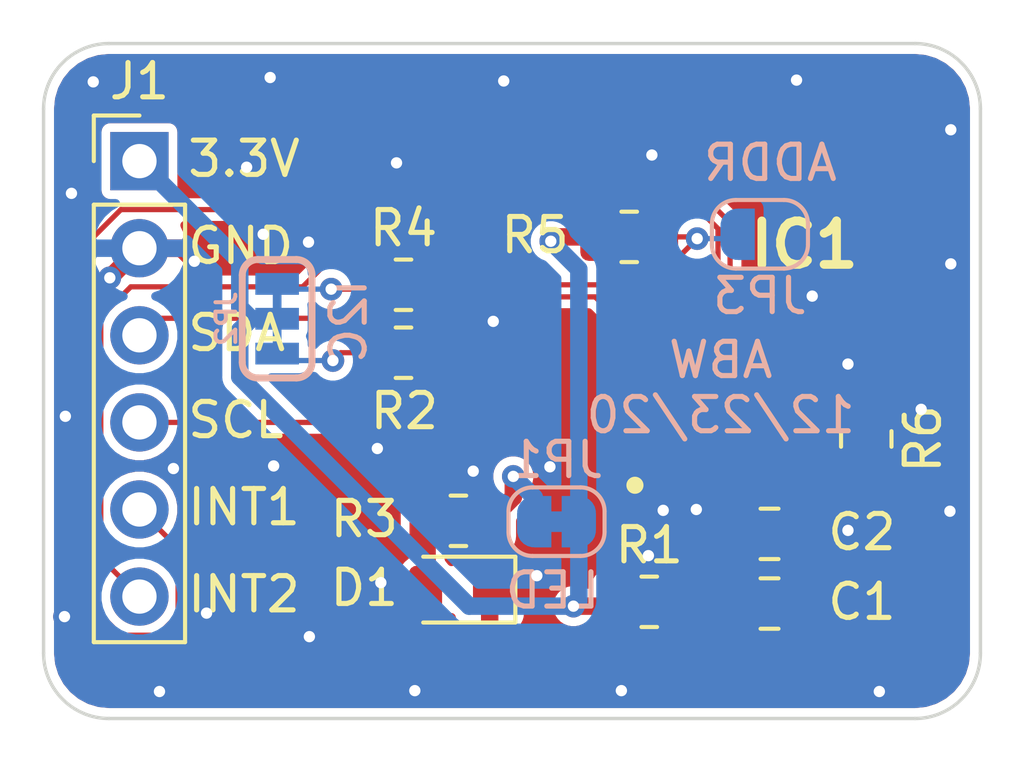
<source format=kicad_pcb>
(kicad_pcb (version 20171130) (host pcbnew "(5.1.8)-1")

  (general
    (thickness 1.6)
    (drawings 18)
    (tracks 167)
    (zones 0)
    (modules 14)
    (nets 35)
  )

  (page A4)
  (layers
    (0 F.Cu signal)
    (31 B.Cu signal)
    (32 B.Adhes user)
    (33 F.Adhes user)
    (34 B.Paste user)
    (35 F.Paste user)
    (36 B.SilkS user)
    (37 F.SilkS user)
    (38 B.Mask user)
    (39 F.Mask user)
    (40 Dwgs.User user)
    (41 Cmts.User user)
    (42 Eco1.User user)
    (43 Eco2.User user)
    (44 Edge.Cuts user)
    (45 Margin user)
    (46 B.CrtYd user)
    (47 F.CrtYd user)
    (48 B.Fab user hide)
    (49 F.Fab user hide)
  )

  (setup
    (last_trace_width 0.508)
    (user_trace_width 0.1524)
    (user_trace_width 0.1778)
    (user_trace_width 0.254)
    (user_trace_width 0.3048)
    (user_trace_width 0.381)
    (user_trace_width 0.508)
    (user_trace_width 0.635)
    (user_trace_width 0.889)
    (user_trace_width 1.016)
    (user_trace_width 1.27)
    (user_trace_width 1.905)
    (user_trace_width 2.54)
    (trace_clearance 0.2)
    (zone_clearance 0.508)
    (zone_45_only no)
    (trace_min 0.1)
    (via_size 0.8)
    (via_drill 0.4)
    (via_min_size 0.4)
    (via_min_drill 0.3)
    (user_via 0.6096 0.3048)
    (user_via 0.6604 0.3302)
    (user_via 0.889 0.381)
    (user_via 1.397 0.635)
    (uvia_size 0.3)
    (uvia_drill 0.1)
    (uvias_allowed no)
    (uvia_min_size 0.2)
    (uvia_min_drill 0.1)
    (edge_width 0.05)
    (segment_width 0.2)
    (pcb_text_width 0.3)
    (pcb_text_size 1.5 1.5)
    (mod_edge_width 0.12)
    (mod_text_size 1 1)
    (mod_text_width 0.15)
    (pad_size 1.524 1.524)
    (pad_drill 0.762)
    (pad_to_mask_clearance 0.051)
    (solder_mask_min_width 0.25)
    (aux_axis_origin 0 0)
    (visible_elements FFFFFF7F)
    (pcbplotparams
      (layerselection 0x010fc_ffffffff)
      (usegerberextensions false)
      (usegerberattributes true)
      (usegerberadvancedattributes true)
      (creategerberjobfile true)
      (excludeedgelayer true)
      (linewidth 0.100000)
      (plotframeref false)
      (viasonmask false)
      (mode 1)
      (useauxorigin false)
      (hpglpennumber 1)
      (hpglpenspeed 20)
      (hpglpendiameter 15.000000)
      (psnegative false)
      (psa4output false)
      (plotreference true)
      (plotvalue true)
      (plotinvisibletext false)
      (padsonsilk false)
      (subtractmaskfromsilk false)
      (outputformat 1)
      (mirror false)
      (drillshape 1)
      (scaleselection 1)
      (outputdirectory ""))
  )

  (net 0 "")
  (net 1 GND)
  (net 2 "Net-(C1-Pad1)")
  (net 3 "Net-(D1-Pad2)")
  (net 4 "Net-(IC1-Pad32)")
  (net 5 "Net-(IC1-Pad30)")
  (net 6 "Net-(IC1-Pad29)")
  (net 7 "Net-(IC1-Pad28)")
  (net 8 "Net-(IC1-Pad27)")
  (net 9 /SCL)
  (net 10 "Net-(IC1-Pad25)")
  (net 11 /SDA)
  (net 12 /ADDR)
  (net 13 "Net-(IC1-Pad22)")
  (net 14 /INT2)
  (net 15 /INT1)
  (net 16 "Net-(IC1-Pad19)")
  (net 17 "Net-(IC1-Pad18)")
  (net 18 "Net-(IC1-Pad17)")
  (net 19 "Net-(IC1-Pad16)")
  (net 20 "Net-(IC1-Pad15)")
  (net 21 "Net-(IC1-Pad14)")
  (net 22 "Net-(IC1-Pad13)")
  (net 23 "Net-(IC1-Pad12)")
  (net 24 "Net-(IC1-Pad11)")
  (net 25 "Net-(IC1-Pad10)")
  (net 26 "Net-(IC1-Pad9)")
  (net 27 "Net-(IC1-Pad8)")
  (net 28 "Net-(IC1-Pad7)")
  (net 29 "Net-(IC1-Pad6)")
  (net 30 "Net-(IC1-Pad2)")
  (net 31 +3V3)
  (net 32 "Net-(JP1-Pad2)")
  (net 33 "Net-(JP2-Pad3)")
  (net 34 "Net-(JP2-Pad1)")

  (net_class Default "This is the default net class."
    (clearance 0.2)
    (trace_width 0.25)
    (via_dia 0.8)
    (via_drill 0.4)
    (uvia_dia 0.3)
    (uvia_drill 0.1)
    (add_net +3V3)
    (add_net /ADDR)
    (add_net /INT1)
    (add_net /INT2)
    (add_net /SCL)
    (add_net /SDA)
    (add_net GND)
    (add_net "Net-(C1-Pad1)")
    (add_net "Net-(D1-Pad2)")
    (add_net "Net-(IC1-Pad10)")
    (add_net "Net-(IC1-Pad11)")
    (add_net "Net-(IC1-Pad12)")
    (add_net "Net-(IC1-Pad13)")
    (add_net "Net-(IC1-Pad14)")
    (add_net "Net-(IC1-Pad15)")
    (add_net "Net-(IC1-Pad16)")
    (add_net "Net-(IC1-Pad17)")
    (add_net "Net-(IC1-Pad18)")
    (add_net "Net-(IC1-Pad19)")
    (add_net "Net-(IC1-Pad2)")
    (add_net "Net-(IC1-Pad22)")
    (add_net "Net-(IC1-Pad25)")
    (add_net "Net-(IC1-Pad27)")
    (add_net "Net-(IC1-Pad28)")
    (add_net "Net-(IC1-Pad29)")
    (add_net "Net-(IC1-Pad30)")
    (add_net "Net-(IC1-Pad32)")
    (add_net "Net-(IC1-Pad6)")
    (add_net "Net-(IC1-Pad7)")
    (add_net "Net-(IC1-Pad8)")
    (add_net "Net-(IC1-Pad9)")
    (add_net "Net-(JP1-Pad2)")
    (add_net "Net-(JP2-Pad1)")
    (add_net "Net-(JP2-Pad3)")
  )

  (module Resistor_SMD:R_0805_2012Metric (layer F.Cu) (tedit 5F68FEEE) (tstamp 5FE39A63)
    (at 133.1976 81.3816 270)
    (descr "Resistor SMD 0805 (2012 Metric), square (rectangular) end terminal, IPC_7351 nominal, (Body size source: IPC-SM-782 page 72, https://www.pcb-3d.com/wordpress/wp-content/uploads/ipc-sm-782a_amendment_1_and_2.pdf), generated with kicad-footprint-generator")
    (tags resistor)
    (path /5FE42422)
    (attr smd)
    (fp_text reference R6 (at 0 -1.65 90) (layer F.SilkS)
      (effects (font (size 1 1) (thickness 0.15)))
    )
    (fp_text value 10k (at 0 1.65 90) (layer F.Fab)
      (effects (font (size 1 1) (thickness 0.15)))
    )
    (fp_text user %R (at 0 0 90) (layer F.Fab)
      (effects (font (size 0.5 0.5) (thickness 0.08)))
    )
    (fp_line (start -1 0.625) (end -1 -0.625) (layer F.Fab) (width 0.1))
    (fp_line (start -1 -0.625) (end 1 -0.625) (layer F.Fab) (width 0.1))
    (fp_line (start 1 -0.625) (end 1 0.625) (layer F.Fab) (width 0.1))
    (fp_line (start 1 0.625) (end -1 0.625) (layer F.Fab) (width 0.1))
    (fp_line (start -0.227064 -0.735) (end 0.227064 -0.735) (layer F.SilkS) (width 0.12))
    (fp_line (start -0.227064 0.735) (end 0.227064 0.735) (layer F.SilkS) (width 0.12))
    (fp_line (start -1.68 0.95) (end -1.68 -0.95) (layer F.CrtYd) (width 0.05))
    (fp_line (start -1.68 -0.95) (end 1.68 -0.95) (layer F.CrtYd) (width 0.05))
    (fp_line (start 1.68 -0.95) (end 1.68 0.95) (layer F.CrtYd) (width 0.05))
    (fp_line (start 1.68 0.95) (end -1.68 0.95) (layer F.CrtYd) (width 0.05))
    (pad 2 smd roundrect (at 0.9125 0 270) (size 1.025 1.4) (layers F.Cu F.Paste F.Mask) (roundrect_rratio 0.243902)
      (net 29 "Net-(IC1-Pad6)"))
    (pad 1 smd roundrect (at -0.9125 0 270) (size 1.025 1.4) (layers F.Cu F.Paste F.Mask) (roundrect_rratio 0.243902)
      (net 31 +3V3))
    (model ${KISYS3DMOD}/Resistor_SMD.3dshapes/R_0805_2012Metric.wrl
      (at (xyz 0 0 0))
      (scale (xyz 1 1 1))
      (rotate (xyz 0 0 0))
    )
  )

  (module Resistor_SMD:R_0805_2012Metric (layer F.Cu) (tedit 5F68FEEE) (tstamp 5FE39A52)
    (at 126.2888 75.4888)
    (descr "Resistor SMD 0805 (2012 Metric), square (rectangular) end terminal, IPC_7351 nominal, (Body size source: IPC-SM-782 page 72, https://www.pcb-3d.com/wordpress/wp-content/uploads/ipc-sm-782a_amendment_1_and_2.pdf), generated with kicad-footprint-generator")
    (tags resistor)
    (path /5FE3A775)
    (attr smd)
    (fp_text reference R5 (at -2.7432 -0.0508) (layer F.SilkS)
      (effects (font (size 1 1) (thickness 0.15)))
    )
    (fp_text value 10k (at 0 1.65) (layer F.Fab)
      (effects (font (size 1 1) (thickness 0.15)))
    )
    (fp_text user %R (at 0 0) (layer F.Fab)
      (effects (font (size 0.5 0.5) (thickness 0.08)))
    )
    (fp_line (start -1 0.625) (end -1 -0.625) (layer F.Fab) (width 0.1))
    (fp_line (start -1 -0.625) (end 1 -0.625) (layer F.Fab) (width 0.1))
    (fp_line (start 1 -0.625) (end 1 0.625) (layer F.Fab) (width 0.1))
    (fp_line (start 1 0.625) (end -1 0.625) (layer F.Fab) (width 0.1))
    (fp_line (start -0.227064 -0.735) (end 0.227064 -0.735) (layer F.SilkS) (width 0.12))
    (fp_line (start -0.227064 0.735) (end 0.227064 0.735) (layer F.SilkS) (width 0.12))
    (fp_line (start -1.68 0.95) (end -1.68 -0.95) (layer F.CrtYd) (width 0.05))
    (fp_line (start -1.68 -0.95) (end 1.68 -0.95) (layer F.CrtYd) (width 0.05))
    (fp_line (start 1.68 -0.95) (end 1.68 0.95) (layer F.CrtYd) (width 0.05))
    (fp_line (start 1.68 0.95) (end -1.68 0.95) (layer F.CrtYd) (width 0.05))
    (pad 2 smd roundrect (at 0.9125 0) (size 1.025 1.4) (layers F.Cu F.Paste F.Mask) (roundrect_rratio 0.243902)
      (net 12 /ADDR))
    (pad 1 smd roundrect (at -0.9125 0) (size 1.025 1.4) (layers F.Cu F.Paste F.Mask) (roundrect_rratio 0.243902)
      (net 31 +3V3))
    (model ${KISYS3DMOD}/Resistor_SMD.3dshapes/R_0805_2012Metric.wrl
      (at (xyz 0 0 0))
      (scale (xyz 1 1 1))
      (rotate (xyz 0 0 0))
    )
  )

  (module Resistor_SMD:R_0805_2012Metric (layer F.Cu) (tedit 5F68FEEE) (tstamp 5FE39A41)
    (at 119.7102 76.8858)
    (descr "Resistor SMD 0805 (2012 Metric), square (rectangular) end terminal, IPC_7351 nominal, (Body size source: IPC-SM-782 page 72, https://www.pcb-3d.com/wordpress/wp-content/uploads/ipc-sm-782a_amendment_1_and_2.pdf), generated with kicad-footprint-generator")
    (tags resistor)
    (path /5FE51F48)
    (attr smd)
    (fp_text reference R4 (at 0 -1.65) (layer F.SilkS)
      (effects (font (size 1 1) (thickness 0.15)))
    )
    (fp_text value 2.2k (at 0 1.65) (layer F.Fab)
      (effects (font (size 1 1) (thickness 0.15)))
    )
    (fp_text user %R (at 0 0) (layer F.Fab)
      (effects (font (size 0.5 0.5) (thickness 0.08)))
    )
    (fp_line (start -1 0.625) (end -1 -0.625) (layer F.Fab) (width 0.1))
    (fp_line (start -1 -0.625) (end 1 -0.625) (layer F.Fab) (width 0.1))
    (fp_line (start 1 -0.625) (end 1 0.625) (layer F.Fab) (width 0.1))
    (fp_line (start 1 0.625) (end -1 0.625) (layer F.Fab) (width 0.1))
    (fp_line (start -0.227064 -0.735) (end 0.227064 -0.735) (layer F.SilkS) (width 0.12))
    (fp_line (start -0.227064 0.735) (end 0.227064 0.735) (layer F.SilkS) (width 0.12))
    (fp_line (start -1.68 0.95) (end -1.68 -0.95) (layer F.CrtYd) (width 0.05))
    (fp_line (start -1.68 -0.95) (end 1.68 -0.95) (layer F.CrtYd) (width 0.05))
    (fp_line (start 1.68 -0.95) (end 1.68 0.95) (layer F.CrtYd) (width 0.05))
    (fp_line (start 1.68 0.95) (end -1.68 0.95) (layer F.CrtYd) (width 0.05))
    (pad 2 smd roundrect (at 0.9125 0) (size 1.025 1.4) (layers F.Cu F.Paste F.Mask) (roundrect_rratio 0.243902)
      (net 11 /SDA))
    (pad 1 smd roundrect (at -0.9125 0) (size 1.025 1.4) (layers F.Cu F.Paste F.Mask) (roundrect_rratio 0.243902)
      (net 34 "Net-(JP2-Pad1)"))
    (model ${KISYS3DMOD}/Resistor_SMD.3dshapes/R_0805_2012Metric.wrl
      (at (xyz 0 0 0))
      (scale (xyz 1 1 1))
      (rotate (xyz 0 0 0))
    )
  )

  (module Resistor_SMD:R_0805_2012Metric (layer F.Cu) (tedit 5F68FEEE) (tstamp 5FE39A30)
    (at 121.3104 83.7692 180)
    (descr "Resistor SMD 0805 (2012 Metric), square (rectangular) end terminal, IPC_7351 nominal, (Body size source: IPC-SM-782 page 72, https://www.pcb-3d.com/wordpress/wp-content/uploads/ipc-sm-782a_amendment_1_and_2.pdf), generated with kicad-footprint-generator")
    (tags resistor)
    (path /5FE3D6BC)
    (attr smd)
    (fp_text reference R3 (at 2.7432 0.0508) (layer F.SilkS)
      (effects (font (size 1 1) (thickness 0.15)))
    )
    (fp_text value 330 (at 0 1.65) (layer F.Fab)
      (effects (font (size 1 1) (thickness 0.15)))
    )
    (fp_text user %R (at 0 0) (layer F.Fab)
      (effects (font (size 0.5 0.5) (thickness 0.08)))
    )
    (fp_line (start -1 0.625) (end -1 -0.625) (layer F.Fab) (width 0.1))
    (fp_line (start -1 -0.625) (end 1 -0.625) (layer F.Fab) (width 0.1))
    (fp_line (start 1 -0.625) (end 1 0.625) (layer F.Fab) (width 0.1))
    (fp_line (start 1 0.625) (end -1 0.625) (layer F.Fab) (width 0.1))
    (fp_line (start -0.227064 -0.735) (end 0.227064 -0.735) (layer F.SilkS) (width 0.12))
    (fp_line (start -0.227064 0.735) (end 0.227064 0.735) (layer F.SilkS) (width 0.12))
    (fp_line (start -1.68 0.95) (end -1.68 -0.95) (layer F.CrtYd) (width 0.05))
    (fp_line (start -1.68 -0.95) (end 1.68 -0.95) (layer F.CrtYd) (width 0.05))
    (fp_line (start 1.68 -0.95) (end 1.68 0.95) (layer F.CrtYd) (width 0.05))
    (fp_line (start 1.68 0.95) (end -1.68 0.95) (layer F.CrtYd) (width 0.05))
    (pad 2 smd roundrect (at 0.9125 0 180) (size 1.025 1.4) (layers F.Cu F.Paste F.Mask) (roundrect_rratio 0.243902)
      (net 3 "Net-(D1-Pad2)"))
    (pad 1 smd roundrect (at -0.9125 0 180) (size 1.025 1.4) (layers F.Cu F.Paste F.Mask) (roundrect_rratio 0.243902)
      (net 32 "Net-(JP1-Pad2)"))
    (model ${KISYS3DMOD}/Resistor_SMD.3dshapes/R_0805_2012Metric.wrl
      (at (xyz 0 0 0))
      (scale (xyz 1 1 1))
      (rotate (xyz 0 0 0))
    )
  )

  (module Resistor_SMD:R_0805_2012Metric (layer F.Cu) (tedit 5F68FEEE) (tstamp 5FE39A1F)
    (at 119.7102 78.867)
    (descr "Resistor SMD 0805 (2012 Metric), square (rectangular) end terminal, IPC_7351 nominal, (Body size source: IPC-SM-782 page 72, https://www.pcb-3d.com/wordpress/wp-content/uploads/ipc-sm-782a_amendment_1_and_2.pdf), generated with kicad-footprint-generator")
    (tags resistor)
    (path /5FE51A3A)
    (attr smd)
    (fp_text reference R2 (at 0.0254 1.7018) (layer F.SilkS)
      (effects (font (size 1 1) (thickness 0.15)))
    )
    (fp_text value 2.2k (at 0 1.65) (layer F.Fab)
      (effects (font (size 1 1) (thickness 0.15)))
    )
    (fp_text user %R (at 0 0) (layer F.Fab)
      (effects (font (size 0.5 0.5) (thickness 0.08)))
    )
    (fp_line (start -1 0.625) (end -1 -0.625) (layer F.Fab) (width 0.1))
    (fp_line (start -1 -0.625) (end 1 -0.625) (layer F.Fab) (width 0.1))
    (fp_line (start 1 -0.625) (end 1 0.625) (layer F.Fab) (width 0.1))
    (fp_line (start 1 0.625) (end -1 0.625) (layer F.Fab) (width 0.1))
    (fp_line (start -0.227064 -0.735) (end 0.227064 -0.735) (layer F.SilkS) (width 0.12))
    (fp_line (start -0.227064 0.735) (end 0.227064 0.735) (layer F.SilkS) (width 0.12))
    (fp_line (start -1.68 0.95) (end -1.68 -0.95) (layer F.CrtYd) (width 0.05))
    (fp_line (start -1.68 -0.95) (end 1.68 -0.95) (layer F.CrtYd) (width 0.05))
    (fp_line (start 1.68 -0.95) (end 1.68 0.95) (layer F.CrtYd) (width 0.05))
    (fp_line (start 1.68 0.95) (end -1.68 0.95) (layer F.CrtYd) (width 0.05))
    (pad 2 smd roundrect (at 0.9125 0) (size 1.025 1.4) (layers F.Cu F.Paste F.Mask) (roundrect_rratio 0.243902)
      (net 9 /SCL))
    (pad 1 smd roundrect (at -0.9125 0) (size 1.025 1.4) (layers F.Cu F.Paste F.Mask) (roundrect_rratio 0.243902)
      (net 33 "Net-(JP2-Pad3)"))
    (model ${KISYS3DMOD}/Resistor_SMD.3dshapes/R_0805_2012Metric.wrl
      (at (xyz 0 0 0))
      (scale (xyz 1 1 1))
      (rotate (xyz 0 0 0))
    )
  )

  (module Resistor_SMD:R_0805_2012Metric (layer F.Cu) (tedit 5F68FEEE) (tstamp 5FE39A0E)
    (at 126.873 86.1314)
    (descr "Resistor SMD 0805 (2012 Metric), square (rectangular) end terminal, IPC_7351 nominal, (Body size source: IPC-SM-782 page 72, https://www.pcb-3d.com/wordpress/wp-content/uploads/ipc-sm-782a_amendment_1_and_2.pdf), generated with kicad-footprint-generator")
    (tags resistor)
    (path /5FE484FC)
    (attr smd)
    (fp_text reference R1 (at 0 -1.65) (layer F.SilkS)
      (effects (font (size 1 1) (thickness 0.15)))
    )
    (fp_text value 0 (at 0 1.65) (layer F.Fab)
      (effects (font (size 1 1) (thickness 0.15)))
    )
    (fp_text user %R (at 0 0) (layer F.Fab)
      (effects (font (size 0.5 0.5) (thickness 0.08)))
    )
    (fp_line (start -1 0.625) (end -1 -0.625) (layer F.Fab) (width 0.1))
    (fp_line (start -1 -0.625) (end 1 -0.625) (layer F.Fab) (width 0.1))
    (fp_line (start 1 -0.625) (end 1 0.625) (layer F.Fab) (width 0.1))
    (fp_line (start 1 0.625) (end -1 0.625) (layer F.Fab) (width 0.1))
    (fp_line (start -0.227064 -0.735) (end 0.227064 -0.735) (layer F.SilkS) (width 0.12))
    (fp_line (start -0.227064 0.735) (end 0.227064 0.735) (layer F.SilkS) (width 0.12))
    (fp_line (start -1.68 0.95) (end -1.68 -0.95) (layer F.CrtYd) (width 0.05))
    (fp_line (start -1.68 -0.95) (end 1.68 -0.95) (layer F.CrtYd) (width 0.05))
    (fp_line (start 1.68 -0.95) (end 1.68 0.95) (layer F.CrtYd) (width 0.05))
    (fp_line (start 1.68 0.95) (end -1.68 0.95) (layer F.CrtYd) (width 0.05))
    (pad 2 smd roundrect (at 0.9125 0) (size 1.025 1.4) (layers F.Cu F.Paste F.Mask) (roundrect_rratio 0.243902)
      (net 2 "Net-(C1-Pad1)"))
    (pad 1 smd roundrect (at -0.9125 0) (size 1.025 1.4) (layers F.Cu F.Paste F.Mask) (roundrect_rratio 0.243902)
      (net 31 +3V3))
    (model ${KISYS3DMOD}/Resistor_SMD.3dshapes/R_0805_2012Metric.wrl
      (at (xyz 0 0 0))
      (scale (xyz 1 1 1))
      (rotate (xyz 0 0 0))
    )
  )

  (module Jumper:SolderJumper-2_P1.3mm_Open_RoundedPad1.0x1.5mm (layer B.Cu) (tedit 5B391E66) (tstamp 5FE399FD)
    (at 130.0988 75.4126)
    (descr "SMD Solder Jumper, 1x1.5mm, rounded Pads, 0.3mm gap, open")
    (tags "solder jumper open")
    (path /5FE3B3B5)
    (attr virtual)
    (fp_text reference JP3 (at 0 1.8) (layer B.SilkS)
      (effects (font (size 1 1) (thickness 0.15)) (justify mirror))
    )
    (fp_text value ADDR (at 0 -1.9) (layer B.Fab)
      (effects (font (size 1 1) (thickness 0.15)) (justify mirror))
    )
    (fp_arc (start -0.7 0.3) (end -0.7 1) (angle 90) (layer B.SilkS) (width 0.12))
    (fp_arc (start -0.7 -0.3) (end -1.4 -0.3) (angle 90) (layer B.SilkS) (width 0.12))
    (fp_arc (start 0.7 -0.3) (end 0.7 -1) (angle 90) (layer B.SilkS) (width 0.12))
    (fp_arc (start 0.7 0.3) (end 1.4 0.3) (angle 90) (layer B.SilkS) (width 0.12))
    (fp_line (start -1.4 -0.3) (end -1.4 0.3) (layer B.SilkS) (width 0.12))
    (fp_line (start 0.7 -1) (end -0.7 -1) (layer B.SilkS) (width 0.12))
    (fp_line (start 1.4 0.3) (end 1.4 -0.3) (layer B.SilkS) (width 0.12))
    (fp_line (start -0.7 1) (end 0.7 1) (layer B.SilkS) (width 0.12))
    (fp_line (start -1.65 1.25) (end 1.65 1.25) (layer B.CrtYd) (width 0.05))
    (fp_line (start -1.65 1.25) (end -1.65 -1.25) (layer B.CrtYd) (width 0.05))
    (fp_line (start 1.65 -1.25) (end 1.65 1.25) (layer B.CrtYd) (width 0.05))
    (fp_line (start 1.65 -1.25) (end -1.65 -1.25) (layer B.CrtYd) (width 0.05))
    (pad 2 smd custom (at 0.65 0) (size 1 0.5) (layers B.Cu B.Mask)
      (net 1 GND) (zone_connect 2)
      (options (clearance outline) (anchor rect))
      (primitives
        (gr_circle (center 0 -0.25) (end 0.5 -0.25) (width 0))
        (gr_circle (center 0 0.25) (end 0.5 0.25) (width 0))
        (gr_poly (pts
           (xy 0 0.75) (xy -0.5 0.75) (xy -0.5 -0.75) (xy 0 -0.75)) (width 0))
      ))
    (pad 1 smd custom (at -0.65 0) (size 1 0.5) (layers B.Cu B.Mask)
      (net 12 /ADDR) (zone_connect 2)
      (options (clearance outline) (anchor rect))
      (primitives
        (gr_circle (center 0 -0.25) (end 0.5 -0.25) (width 0))
        (gr_circle (center 0 0.25) (end 0.5 0.25) (width 0))
        (gr_poly (pts
           (xy 0 0.75) (xy 0.5 0.75) (xy 0.5 -0.75) (xy 0 -0.75)) (width 0))
      ))
  )

  (module Jumper:SMT-JUMPER_3_2-NC_TRACE_SILK (layer B.Cu) (tedit 0) (tstamp 5FE399EB)
    (at 116.0272 77.8764 270)
    (path /5FE3ADBE)
    (fp_text reference JP2 (at 0 1.143 270) (layer B.SilkS)
      (effects (font (size 0.57912 0.57912) (thickness 0.115824)) (justify bottom mirror))
    )
    (fp_text value I2C (at 0 -1.143 270) (layer B.Fab)
      (effects (font (size 0.57912 0.57912) (thickness 0.115824)) (justify top mirror))
    )
    (fp_arc (start 1.27 -0.5588) (end 1.27 -1.016) (angle 90) (layer B.SilkS) (width 0.2032))
    (fp_arc (start -1.27 -0.5588) (end -1.7272 -0.5588) (angle 90) (layer B.SilkS) (width 0.2032))
    (fp_arc (start -1.27 0.5588) (end -1.7272 0.5588) (angle -90) (layer B.SilkS) (width 0.2032))
    (fp_arc (start 1.27 0.5588) (end 1.27 1.016) (angle -90) (layer B.SilkS) (width 0.2032))
    (fp_line (start 1.27 -1.016) (end -1.27 -1.016) (layer B.SilkS) (width 0.2032))
    (fp_line (start 1.7272 -0.5588) (end 1.7272 0.5588) (layer B.SilkS) (width 0.2032))
    (fp_line (start -1.7272 -0.5588) (end -1.7272 0.5588) (layer B.SilkS) (width 0.2032))
    (fp_line (start -1.27 1.016) (end 1.27 1.016) (layer B.SilkS) (width 0.2032))
    (fp_poly (pts (xy -0.6985 0.127) (xy 0.6985 0.127) (xy 0.6985 -0.127) (xy -0.6985 -0.127)) (layer B.Mask) (width 0))
    (fp_poly (pts (xy 0.3048 -0.127) (xy 0.7112 -0.127) (xy 0.7112 0.127) (xy 0.3048 0.127)) (layer B.Cu) (width 0))
    (fp_poly (pts (xy -0.7112 -0.127) (xy -0.3048 -0.127) (xy -0.3048 0.127) (xy -0.7112 0.127)) (layer B.Cu) (width 0))
    (pad 3 smd rect (at 1.016 0 270) (size 0.635 1.27) (layers B.Cu B.Mask)
      (net 33 "Net-(JP2-Pad3)") (solder_mask_margin 0.1016))
    (pad 2 smd rect (at 0 0 270) (size 0.635 1.27) (layers B.Cu B.Mask)
      (net 31 +3V3) (solder_mask_margin 0.1016))
    (pad 1 smd rect (at -1.016 0 270) (size 0.635 1.27) (layers B.Cu B.Mask)
      (net 34 "Net-(JP2-Pad1)") (solder_mask_margin 0.1016))
  )

  (module Jumper:SolderJumper-2_P1.3mm_Bridged_RoundedPad1.0x1.5mm (layer B.Cu) (tedit 5C745284) (tstamp 5FE399D9)
    (at 124.1702 83.7946 180)
    (descr "SMD Solder Jumper, 1x1.5mm, rounded Pads, 0.3mm gap, bridged with 1 copper strip")
    (tags "solder jumper open")
    (path /5FE3BBC6)
    (attr virtual)
    (fp_text reference JP1 (at 0 1.8) (layer B.SilkS)
      (effects (font (size 1 1) (thickness 0.15)) (justify mirror))
    )
    (fp_text value LED (at 0 -1.9) (layer B.Fab)
      (effects (font (size 1 1) (thickness 0.15)) (justify mirror))
    )
    (fp_arc (start -0.7 0.3) (end -0.7 1) (angle 90) (layer B.SilkS) (width 0.12))
    (fp_arc (start -0.7 -0.3) (end -1.4 -0.3) (angle 90) (layer B.SilkS) (width 0.12))
    (fp_arc (start 0.7 -0.3) (end 0.7 -1) (angle 90) (layer B.SilkS) (width 0.12))
    (fp_arc (start 0.7 0.3) (end 1.4 0.3) (angle 90) (layer B.SilkS) (width 0.12))
    (fp_line (start -1.4 -0.3) (end -1.4 0.3) (layer B.SilkS) (width 0.12))
    (fp_line (start 0.7 -1) (end -0.7 -1) (layer B.SilkS) (width 0.12))
    (fp_line (start 1.4 0.3) (end 1.4 -0.3) (layer B.SilkS) (width 0.12))
    (fp_line (start -0.7 1) (end 0.7 1) (layer B.SilkS) (width 0.12))
    (fp_line (start -1.65 1.25) (end 1.65 1.25) (layer B.CrtYd) (width 0.05))
    (fp_line (start -1.65 1.25) (end -1.65 -1.25) (layer B.CrtYd) (width 0.05))
    (fp_line (start 1.65 -1.25) (end 1.65 1.25) (layer B.CrtYd) (width 0.05))
    (fp_line (start 1.65 -1.25) (end -1.65 -1.25) (layer B.CrtYd) (width 0.05))
    (fp_poly (pts (xy 0.25 0.3) (xy -0.25 0.3) (xy -0.25 -0.3) (xy 0.25 -0.3)) (layer B.Cu) (width 0))
    (pad 1 smd custom (at -0.65 0 180) (size 1 0.5) (layers B.Cu B.Mask)
      (net 31 +3V3) (zone_connect 2)
      (options (clearance outline) (anchor rect))
      (primitives
        (gr_circle (center 0 -0.25) (end 0.5 -0.25) (width 0))
        (gr_circle (center 0 0.25) (end 0.5 0.25) (width 0))
        (gr_poly (pts
           (xy 0 0.75) (xy 0.5 0.75) (xy 0.5 -0.75) (xy 0 -0.75)) (width 0))
      ))
    (pad 2 smd custom (at 0.65 0 180) (size 1 0.5) (layers B.Cu B.Mask)
      (net 32 "Net-(JP1-Pad2)") (zone_connect 2)
      (options (clearance outline) (anchor rect))
      (primitives
        (gr_circle (center 0 -0.25) (end 0.5 -0.25) (width 0))
        (gr_circle (center 0 0.25) (end 0.5 0.25) (width 0))
        (gr_poly (pts
           (xy 0 0.75) (xy -0.5 0.75) (xy -0.5 -0.75) (xy 0 -0.75)) (width 0))
      ))
  )

  (module Connector_PinHeader_2.54mm:PinHeader_1x06_P2.54mm_Vertical (layer F.Cu) (tedit 59FED5CC) (tstamp 5FE399C6)
    (at 112.014 73.279)
    (descr "Through hole straight pin header, 1x06, 2.54mm pitch, single row")
    (tags "Through hole pin header THT 1x06 2.54mm single row")
    (path /5FE3C1C6)
    (fp_text reference J1 (at 0 -2.33) (layer F.SilkS)
      (effects (font (size 1 1) (thickness 0.15)))
    )
    (fp_text value Conn_01x06 (at 0 15.03) (layer F.Fab)
      (effects (font (size 1 1) (thickness 0.15)))
    )
    (fp_text user %R (at 0 6.35 90) (layer F.Fab)
      (effects (font (size 1 1) (thickness 0.15)))
    )
    (fp_line (start -0.635 -1.27) (end 1.27 -1.27) (layer F.Fab) (width 0.1))
    (fp_line (start 1.27 -1.27) (end 1.27 13.97) (layer F.Fab) (width 0.1))
    (fp_line (start 1.27 13.97) (end -1.27 13.97) (layer F.Fab) (width 0.1))
    (fp_line (start -1.27 13.97) (end -1.27 -0.635) (layer F.Fab) (width 0.1))
    (fp_line (start -1.27 -0.635) (end -0.635 -1.27) (layer F.Fab) (width 0.1))
    (fp_line (start -1.33 14.03) (end 1.33 14.03) (layer F.SilkS) (width 0.12))
    (fp_line (start -1.33 1.27) (end -1.33 14.03) (layer F.SilkS) (width 0.12))
    (fp_line (start 1.33 1.27) (end 1.33 14.03) (layer F.SilkS) (width 0.12))
    (fp_line (start -1.33 1.27) (end 1.33 1.27) (layer F.SilkS) (width 0.12))
    (fp_line (start -1.33 0) (end -1.33 -1.33) (layer F.SilkS) (width 0.12))
    (fp_line (start -1.33 -1.33) (end 0 -1.33) (layer F.SilkS) (width 0.12))
    (fp_line (start -1.8 -1.8) (end -1.8 14.5) (layer F.CrtYd) (width 0.05))
    (fp_line (start -1.8 14.5) (end 1.8 14.5) (layer F.CrtYd) (width 0.05))
    (fp_line (start 1.8 14.5) (end 1.8 -1.8) (layer F.CrtYd) (width 0.05))
    (fp_line (start 1.8 -1.8) (end -1.8 -1.8) (layer F.CrtYd) (width 0.05))
    (pad 6 thru_hole oval (at 0 12.7) (size 1.7 1.7) (drill 1) (layers *.Cu *.Mask)
      (net 14 /INT2))
    (pad 5 thru_hole oval (at 0 10.16) (size 1.7 1.7) (drill 1) (layers *.Cu *.Mask)
      (net 15 /INT1))
    (pad 4 thru_hole oval (at 0 7.62) (size 1.7 1.7) (drill 1) (layers *.Cu *.Mask)
      (net 9 /SCL))
    (pad 3 thru_hole oval (at 0 5.08) (size 1.7 1.7) (drill 1) (layers *.Cu *.Mask)
      (net 11 /SDA))
    (pad 2 thru_hole oval (at 0 2.54) (size 1.7 1.7) (drill 1) (layers *.Cu *.Mask)
      (net 1 GND))
    (pad 1 thru_hole rect (at 0 0) (size 1.7 1.7) (drill 1) (layers *.Cu *.Mask)
      (net 31 +3V3))
    (model ${KISYS3DMOD}/Connector_PinHeader_2.54mm.3dshapes/PinHeader_1x06_P2.54mm_Vertical.wrl
      (offset (xyz 0 0 -1.5))
      (scale (xyz 1 1 1))
      (rotate (xyz 0 180 0))
    )
  )

  (module SamacSys_Parts:QFN50P500X500X155-33N-D (layer F.Cu) (tedit 0) (tstamp 5FE399AC)
    (at 128.9558 79.8576 90)
    (descr "32-LEAD LFCSP [5X5X1.45]")
    (tags "Integrated Circuit")
    (path /5FE3933C)
    (attr smd)
    (fp_text reference IC1 (at 4.1402 2.4384 180) (layer F.SilkS)
      (effects (font (size 1.27 1.27) (thickness 0.254)))
    )
    (fp_text value ADXL313WACPZ-RL7 (at 0 0 90) (layer F.SilkS) hide
      (effects (font (size 1.27 1.27) (thickness 0.254)))
    )
    (fp_text user %R (at 0 0 90) (layer F.Fab)
      (effects (font (size 1.27 1.27) (thickness 0.254)))
    )
    (fp_line (start -3.125 -3.125) (end 3.125 -3.125) (layer F.CrtYd) (width 0.05))
    (fp_line (start 3.125 -3.125) (end 3.125 3.125) (layer F.CrtYd) (width 0.05))
    (fp_line (start 3.125 3.125) (end -3.125 3.125) (layer F.CrtYd) (width 0.05))
    (fp_line (start -3.125 3.125) (end -3.125 -3.125) (layer F.CrtYd) (width 0.05))
    (fp_line (start -2.5 -2.5) (end 2.5 -2.5) (layer F.Fab) (width 0.1))
    (fp_line (start 2.5 -2.5) (end 2.5 2.5) (layer F.Fab) (width 0.1))
    (fp_line (start 2.5 2.5) (end -2.5 2.5) (layer F.Fab) (width 0.1))
    (fp_line (start -2.5 2.5) (end -2.5 -2.5) (layer F.Fab) (width 0.1))
    (fp_line (start -2.5 -2) (end -2 -2.5) (layer F.Fab) (width 0.1))
    (fp_circle (center -2.875 -2.5) (end -2.875 -2.375) (layer F.SilkS) (width 0.25))
    (pad 33 smd rect (at 0 0 90) (size 3.7 3.7) (layers F.Cu F.Paste F.Mask)
      (net 1 GND))
    (pad 32 smd rect (at -1.75 -2.45 90) (size 0.3 0.85) (layers F.Cu F.Paste F.Mask)
      (net 4 "Net-(IC1-Pad32)"))
    (pad 31 smd rect (at -1.25 -2.45 90) (size 0.3 0.85) (layers F.Cu F.Paste F.Mask)
      (net 2 "Net-(C1-Pad1)"))
    (pad 30 smd rect (at -0.75 -2.45 90) (size 0.3 0.85) (layers F.Cu F.Paste F.Mask)
      (net 5 "Net-(IC1-Pad30)"))
    (pad 29 smd rect (at -0.25 -2.45 90) (size 0.3 0.85) (layers F.Cu F.Paste F.Mask)
      (net 6 "Net-(IC1-Pad29)"))
    (pad 28 smd rect (at 0.25 -2.45 90) (size 0.3 0.85) (layers F.Cu F.Paste F.Mask)
      (net 7 "Net-(IC1-Pad28)"))
    (pad 27 smd rect (at 0.75 -2.45 90) (size 0.3 0.85) (layers F.Cu F.Paste F.Mask)
      (net 8 "Net-(IC1-Pad27)"))
    (pad 26 smd rect (at 1.25 -2.45 90) (size 0.3 0.85) (layers F.Cu F.Paste F.Mask)
      (net 9 /SCL))
    (pad 25 smd rect (at 1.75 -2.45 90) (size 0.3 0.85) (layers F.Cu F.Paste F.Mask)
      (net 10 "Net-(IC1-Pad25)"))
    (pad 24 smd rect (at 2.45 -1.75 180) (size 0.3 0.85) (layers F.Cu F.Paste F.Mask)
      (net 11 /SDA))
    (pad 23 smd rect (at 2.45 -1.25 180) (size 0.3 0.85) (layers F.Cu F.Paste F.Mask)
      (net 12 /ADDR))
    (pad 22 smd rect (at 2.45 -0.75 180) (size 0.3 0.85) (layers F.Cu F.Paste F.Mask)
      (net 13 "Net-(IC1-Pad22)"))
    (pad 21 smd rect (at 2.45 -0.25 180) (size 0.3 0.85) (layers F.Cu F.Paste F.Mask)
      (net 14 /INT2))
    (pad 20 smd rect (at 2.45 0.25 180) (size 0.3 0.85) (layers F.Cu F.Paste F.Mask)
      (net 15 /INT1))
    (pad 19 smd rect (at 2.45 0.75 180) (size 0.3 0.85) (layers F.Cu F.Paste F.Mask)
      (net 16 "Net-(IC1-Pad19)"))
    (pad 18 smd rect (at 2.45 1.25 180) (size 0.3 0.85) (layers F.Cu F.Paste F.Mask)
      (net 17 "Net-(IC1-Pad18)"))
    (pad 17 smd rect (at 2.45 1.75 180) (size 0.3 0.85) (layers F.Cu F.Paste F.Mask)
      (net 18 "Net-(IC1-Pad17)"))
    (pad 16 smd rect (at 1.75 2.45 90) (size 0.3 0.85) (layers F.Cu F.Paste F.Mask)
      (net 19 "Net-(IC1-Pad16)"))
    (pad 15 smd rect (at 1.25 2.45 90) (size 0.3 0.85) (layers F.Cu F.Paste F.Mask)
      (net 20 "Net-(IC1-Pad15)"))
    (pad 14 smd rect (at 0.75 2.45 90) (size 0.3 0.85) (layers F.Cu F.Paste F.Mask)
      (net 21 "Net-(IC1-Pad14)"))
    (pad 13 smd rect (at 0.25 2.45 90) (size 0.3 0.85) (layers F.Cu F.Paste F.Mask)
      (net 22 "Net-(IC1-Pad13)"))
    (pad 12 smd rect (at -0.25 2.45 90) (size 0.3 0.85) (layers F.Cu F.Paste F.Mask)
      (net 23 "Net-(IC1-Pad12)"))
    (pad 11 smd rect (at -0.75 2.45 90) (size 0.3 0.85) (layers F.Cu F.Paste F.Mask)
      (net 24 "Net-(IC1-Pad11)"))
    (pad 10 smd rect (at -1.25 2.45 90) (size 0.3 0.85) (layers F.Cu F.Paste F.Mask)
      (net 25 "Net-(IC1-Pad10)"))
    (pad 9 smd rect (at -1.75 2.45 90) (size 0.3 0.85) (layers F.Cu F.Paste F.Mask)
      (net 26 "Net-(IC1-Pad9)"))
    (pad 8 smd rect (at -2.45 1.75 180) (size 0.3 0.85) (layers F.Cu F.Paste F.Mask)
      (net 27 "Net-(IC1-Pad8)"))
    (pad 7 smd rect (at -2.45 1.25 180) (size 0.3 0.85) (layers F.Cu F.Paste F.Mask)
      (net 28 "Net-(IC1-Pad7)"))
    (pad 6 smd rect (at -2.45 0.75 180) (size 0.3 0.85) (layers F.Cu F.Paste F.Mask)
      (net 29 "Net-(IC1-Pad6)"))
    (pad 5 smd rect (at -2.45 0.25 180) (size 0.3 0.85) (layers F.Cu F.Paste F.Mask)
      (net 2 "Net-(C1-Pad1)"))
    (pad 4 smd rect (at -2.45 -0.25 180) (size 0.3 0.85) (layers F.Cu F.Paste F.Mask)
      (net 1 GND))
    (pad 3 smd rect (at -2.45 -0.75 180) (size 0.3 0.85) (layers F.Cu F.Paste F.Mask)
      (net 1 GND))
    (pad 2 smd rect (at -2.45 -1.25 180) (size 0.3 0.85) (layers F.Cu F.Paste F.Mask)
      (net 30 "Net-(IC1-Pad2)"))
    (pad 1 smd rect (at -2.45 -1.75 180) (size 0.3 0.85) (layers F.Cu F.Paste F.Mask)
      (net 1 GND))
    (model "D:\\AveryW\\Assorted Programs\\KiCad\\SamacSys_Parts.3dshapes\\ADXL313WACPZ-RL7.stp"
      (at (xyz 0 0 0))
      (scale (xyz 1 1 1))
      (rotate (xyz 0 0 0))
    )
  )

  (module LED_SMD:LED_0805_2012Metric (layer F.Cu) (tedit 5F68FEF1) (tstamp 5FE3997C)
    (at 121.285 85.7758 180)
    (descr "LED SMD 0805 (2012 Metric), square (rectangular) end terminal, IPC_7351 nominal, (Body size source: https://docs.google.com/spreadsheets/d/1BsfQQcO9C6DZCsRaXUlFlo91Tg2WpOkGARC1WS5S8t0/edit?usp=sharing), generated with kicad-footprint-generator")
    (tags LED)
    (path /5FE3A9D1)
    (attr smd)
    (fp_text reference D1 (at 2.7178 0.0508) (layer F.SilkS)
      (effects (font (size 1 1) (thickness 0.15)))
    )
    (fp_text value LED (at 0 1.65) (layer F.Fab)
      (effects (font (size 1 1) (thickness 0.15)))
    )
    (fp_text user %R (at 0 0) (layer F.Fab)
      (effects (font (size 0.5 0.5) (thickness 0.08)))
    )
    (fp_line (start 1 -0.6) (end -0.7 -0.6) (layer F.Fab) (width 0.1))
    (fp_line (start -0.7 -0.6) (end -1 -0.3) (layer F.Fab) (width 0.1))
    (fp_line (start -1 -0.3) (end -1 0.6) (layer F.Fab) (width 0.1))
    (fp_line (start -1 0.6) (end 1 0.6) (layer F.Fab) (width 0.1))
    (fp_line (start 1 0.6) (end 1 -0.6) (layer F.Fab) (width 0.1))
    (fp_line (start 1 -0.96) (end -1.685 -0.96) (layer F.SilkS) (width 0.12))
    (fp_line (start -1.685 -0.96) (end -1.685 0.96) (layer F.SilkS) (width 0.12))
    (fp_line (start -1.685 0.96) (end 1 0.96) (layer F.SilkS) (width 0.12))
    (fp_line (start -1.68 0.95) (end -1.68 -0.95) (layer F.CrtYd) (width 0.05))
    (fp_line (start -1.68 -0.95) (end 1.68 -0.95) (layer F.CrtYd) (width 0.05))
    (fp_line (start 1.68 -0.95) (end 1.68 0.95) (layer F.CrtYd) (width 0.05))
    (fp_line (start 1.68 0.95) (end -1.68 0.95) (layer F.CrtYd) (width 0.05))
    (pad 2 smd roundrect (at 0.9375 0 180) (size 0.975 1.4) (layers F.Cu F.Paste F.Mask) (roundrect_rratio 0.25)
      (net 3 "Net-(D1-Pad2)"))
    (pad 1 smd roundrect (at -0.9375 0 180) (size 0.975 1.4) (layers F.Cu F.Paste F.Mask) (roundrect_rratio 0.25)
      (net 1 GND))
    (model ${KISYS3DMOD}/LED_SMD.3dshapes/LED_0805_2012Metric.wrl
      (at (xyz 0 0 0))
      (scale (xyz 1 1 1))
      (rotate (xyz 0 0 0))
    )
  )

  (module Capacitor_SMD:C_0805_2012Metric (layer F.Cu) (tedit 5F68FEEE) (tstamp 5FE39969)
    (at 130.3782 84.1502)
    (descr "Capacitor SMD 0805 (2012 Metric), square (rectangular) end terminal, IPC_7351 nominal, (Body size source: IPC-SM-782 page 76, https://www.pcb-3d.com/wordpress/wp-content/uploads/ipc-sm-782a_amendment_1_and_2.pdf, https://docs.google.com/spreadsheets/d/1BsfQQcO9C6DZCsRaXUlFlo91Tg2WpOkGARC1WS5S8t0/edit?usp=sharing), generated with kicad-footprint-generator")
    (tags capacitor)
    (path /5FE4A52F)
    (attr smd)
    (fp_text reference C2 (at 2.6924 -0.0508) (layer F.SilkS)
      (effects (font (size 1 1) (thickness 0.15)))
    )
    (fp_text value 0.1uF (at 0 1.68) (layer F.Fab)
      (effects (font (size 1 1) (thickness 0.15)))
    )
    (fp_text user %R (at 0 0) (layer F.Fab)
      (effects (font (size 0.5 0.5) (thickness 0.08)))
    )
    (fp_line (start -1 0.625) (end -1 -0.625) (layer F.Fab) (width 0.1))
    (fp_line (start -1 -0.625) (end 1 -0.625) (layer F.Fab) (width 0.1))
    (fp_line (start 1 -0.625) (end 1 0.625) (layer F.Fab) (width 0.1))
    (fp_line (start 1 0.625) (end -1 0.625) (layer F.Fab) (width 0.1))
    (fp_line (start -0.261252 -0.735) (end 0.261252 -0.735) (layer F.SilkS) (width 0.12))
    (fp_line (start -0.261252 0.735) (end 0.261252 0.735) (layer F.SilkS) (width 0.12))
    (fp_line (start -1.7 0.98) (end -1.7 -0.98) (layer F.CrtYd) (width 0.05))
    (fp_line (start -1.7 -0.98) (end 1.7 -0.98) (layer F.CrtYd) (width 0.05))
    (fp_line (start 1.7 -0.98) (end 1.7 0.98) (layer F.CrtYd) (width 0.05))
    (fp_line (start 1.7 0.98) (end -1.7 0.98) (layer F.CrtYd) (width 0.05))
    (pad 2 smd roundrect (at 0.95 0) (size 1 1.45) (layers F.Cu F.Paste F.Mask) (roundrect_rratio 0.25)
      (net 1 GND))
    (pad 1 smd roundrect (at -0.95 0) (size 1 1.45) (layers F.Cu F.Paste F.Mask) (roundrect_rratio 0.25)
      (net 2 "Net-(C1-Pad1)"))
    (model ${KISYS3DMOD}/Capacitor_SMD.3dshapes/C_0805_2012Metric.wrl
      (at (xyz 0 0 0))
      (scale (xyz 1 1 1))
      (rotate (xyz 0 0 0))
    )
  )

  (module Capacitor_SMD:C_0805_2012Metric (layer F.Cu) (tedit 5F68FEEE) (tstamp 5FE39958)
    (at 130.3782 86.1822)
    (descr "Capacitor SMD 0805 (2012 Metric), square (rectangular) end terminal, IPC_7351 nominal, (Body size source: IPC-SM-782 page 76, https://www.pcb-3d.com/wordpress/wp-content/uploads/ipc-sm-782a_amendment_1_and_2.pdf, https://docs.google.com/spreadsheets/d/1BsfQQcO9C6DZCsRaXUlFlo91Tg2WpOkGARC1WS5S8t0/edit?usp=sharing), generated with kicad-footprint-generator")
    (tags capacitor)
    (path /5FE4A216)
    (attr smd)
    (fp_text reference C1 (at 2.6924 -0.0508) (layer F.SilkS)
      (effects (font (size 1 1) (thickness 0.15)))
    )
    (fp_text value 10uF (at 0 1.68) (layer F.Fab)
      (effects (font (size 1 1) (thickness 0.15)))
    )
    (fp_text user %R (at 0 0) (layer F.Fab)
      (effects (font (size 0.5 0.5) (thickness 0.08)))
    )
    (fp_line (start -1 0.625) (end -1 -0.625) (layer F.Fab) (width 0.1))
    (fp_line (start -1 -0.625) (end 1 -0.625) (layer F.Fab) (width 0.1))
    (fp_line (start 1 -0.625) (end 1 0.625) (layer F.Fab) (width 0.1))
    (fp_line (start 1 0.625) (end -1 0.625) (layer F.Fab) (width 0.1))
    (fp_line (start -0.261252 -0.735) (end 0.261252 -0.735) (layer F.SilkS) (width 0.12))
    (fp_line (start -0.261252 0.735) (end 0.261252 0.735) (layer F.SilkS) (width 0.12))
    (fp_line (start -1.7 0.98) (end -1.7 -0.98) (layer F.CrtYd) (width 0.05))
    (fp_line (start -1.7 -0.98) (end 1.7 -0.98) (layer F.CrtYd) (width 0.05))
    (fp_line (start 1.7 -0.98) (end 1.7 0.98) (layer F.CrtYd) (width 0.05))
    (fp_line (start 1.7 0.98) (end -1.7 0.98) (layer F.CrtYd) (width 0.05))
    (pad 2 smd roundrect (at 0.95 0) (size 1 1.45) (layers F.Cu F.Paste F.Mask) (roundrect_rratio 0.25)
      (net 1 GND))
    (pad 1 smd roundrect (at -0.95 0) (size 1 1.45) (layers F.Cu F.Paste F.Mask) (roundrect_rratio 0.25)
      (net 2 "Net-(C1-Pad1)"))
    (model ${KISYS3DMOD}/Capacitor_SMD.3dshapes/C_0805_2012Metric.wrl
      (at (xyz 0 0 0))
      (scale (xyz 1 1 1))
      (rotate (xyz 0 0 0))
    )
  )

  (gr_arc (start 111.125 87.63) (end 109.22 87.63) (angle -90) (layer Edge.Cuts) (width 0.1) (tstamp 5FE3B5BD))
  (gr_arc (start 134.62 87.63) (end 134.62 89.535) (angle -90) (layer Edge.Cuts) (width 0.1) (tstamp 5FE3B5BD))
  (gr_arc (start 134.62 71.755) (end 136.525 71.755) (angle -90) (layer Edge.Cuts) (width 0.1) (tstamp 5FE3B5BD))
  (gr_arc (start 111.125 71.755) (end 111.125 69.85) (angle -90) (layer Edge.Cuts) (width 0.1))
  (gr_line (start 136.525 71.755) (end 136.525 87.63) (layer Edge.Cuts) (width 0.1))
  (gr_line (start 111.125 69.85) (end 134.62 69.85) (layer Edge.Cuts) (width 0.1))
  (gr_line (start 109.22 87.63) (end 109.22 71.755) (layer Edge.Cuts) (width 0.1))
  (gr_line (start 134.62 89.535) (end 111.125 89.535) (layer Edge.Cuts) (width 0.1))
  (gr_text "ABW\n12/23/20" (at 128.9558 79.883) (layer B.SilkS)
    (effects (font (size 1 1) (thickness 0.15)) (justify mirror))
  )
  (gr_text ADDR (at 130.4036 73.3298) (layer B.SilkS)
    (effects (font (size 1 1) (thickness 0.15)) (justify mirror))
  )
  (gr_text LED (at 124.0536 85.8012) (layer B.SilkS)
    (effects (font (size 1 1) (thickness 0.15)) (justify mirror))
  )
  (gr_text I2C (at 118.11 77.9526 90) (layer B.SilkS)
    (effects (font (size 1 1) (thickness 0.15)) (justify mirror))
  )
  (gr_text INT2 (at 115.062 85.9115) (layer F.SilkS)
    (effects (font (size 1 1) (thickness 0.15)))
  )
  (gr_text INT1 (at 115.062 83.3715) (layer F.SilkS)
    (effects (font (size 1 1) (thickness 0.15)))
  )
  (gr_text SCL (at 114.823905 80.8315) (layer F.SilkS)
    (effects (font (size 1 1) (thickness 0.15)))
  )
  (gr_text SDA (at 114.847715 78.2915) (layer F.SilkS)
    (effects (font (size 1 1) (thickness 0.15)))
  )
  (gr_text GND (at 114.966762 75.7515) (layer F.SilkS)
    (effects (font (size 1 1) (thickness 0.15)))
  )
  (gr_text 3.3V (at 115.062 73.2115) (layer F.SilkS)
    (effects (font (size 1 1) (thickness 0.15)))
  )

  (via (at 128.2446 83.439) (size 0.6604) (drill 0.3302) (layers F.Cu B.Cu) (net 1))
  (segment (start 127.279599 81.533801) (end 128.9558 79.8576) (width 0.1524) (layer F.Cu) (net 1))
  (segment (start 127.279599 81.940201) (end 127.279599 81.533801) (width 0.1524) (layer F.Cu) (net 1))
  (segment (start 127.2058 82.014) (end 127.279599 81.940201) (width 0.1524) (layer F.Cu) (net 1))
  (segment (start 127.2058 82.3076) (end 127.2058 82.014) (width 0.1524) (layer F.Cu) (net 1))
  (segment (start 128.2058 80.6076) (end 128.9558 79.8576) (width 0.1524) (layer F.Cu) (net 1))
  (segment (start 128.2058 82.3076) (end 128.2058 80.6076) (width 0.1524) (layer F.Cu) (net 1))
  (segment (start 128.7058 80.1076) (end 128.9558 79.8576) (width 0.1524) (layer F.Cu) (net 1))
  (segment (start 128.7058 82.3076) (end 128.7058 80.1076) (width 0.1524) (layer F.Cu) (net 1))
  (segment (start 128.2058 83.4002) (end 128.2446 83.439) (width 0.1524) (layer F.Cu) (net 1))
  (segment (start 128.2058 82.3076) (end 128.2058 83.4002) (width 0.1524) (layer F.Cu) (net 1))
  (segment (start 128.7058 82.9778) (end 128.2446 83.439) (width 0.1524) (layer F.Cu) (net 1))
  (segment (start 128.7058 82.3076) (end 128.7058 82.9778) (width 0.1524) (layer F.Cu) (net 1))
  (segment (start 131.3282 84.1502) (end 131.3282 86.1822) (width 0.1524) (layer F.Cu) (net 1))
  (via (at 127.2794 83.4644) (size 0.6604) (drill 0.3302) (layers F.Cu B.Cu) (net 1))
  (segment (start 127.2058 83.3908) (end 127.2794 83.4644) (width 0.1524) (layer F.Cu) (net 1))
  (segment (start 127.2058 82.3076) (end 127.2058 83.3908) (width 0.1524) (layer F.Cu) (net 1))
  (segment (start 127.3048 83.439) (end 127.2794 83.4644) (width 0.1524) (layer F.Cu) (net 1))
  (segment (start 128.2446 83.439) (end 127.3048 83.439) (width 0.1524) (layer F.Cu) (net 1))
  (via (at 132.6642 84.0486) (size 0.6604) (drill 0.3302) (layers F.Cu B.Cu) (net 1))
  (segment (start 132.5626 84.1502) (end 132.6642 84.0486) (width 0.1524) (layer F.Cu) (net 1))
  (segment (start 131.3282 84.1502) (end 132.5626 84.1502) (width 0.1524) (layer F.Cu) (net 1))
  (via (at 123.5964 85.3694) (size 0.6604) (drill 0.3302) (layers F.Cu B.Cu) (net 1))
  (segment (start 123.19 85.7758) (end 123.5964 85.3694) (width 0.1524) (layer F.Cu) (net 1))
  (segment (start 122.2225 85.7758) (end 123.19 85.7758) (width 0.1524) (layer F.Cu) (net 1))
  (via (at 113.6142 76.2) (size 0.6604) (drill 0.3302) (layers F.Cu B.Cu) (net 1))
  (segment (start 113.2332 75.819) (end 113.6142 76.2) (width 0.508) (layer F.Cu) (net 1))
  (segment (start 112.014 75.819) (end 113.2332 75.819) (width 0.508) (layer F.Cu) (net 1))
  (via (at 111.1504 76.6826) (size 0.6604) (drill 0.3302) (layers F.Cu B.Cu) (net 1))
  (segment (start 112.014 75.819) (end 111.1504 76.6826) (width 0.508) (layer F.Cu) (net 1))
  (via (at 115.6208 75.4126) (size 0.6604) (drill 0.3302) (layers F.Cu B.Cu) (net 1))
  (via (at 116.9416 75.6412) (size 0.6604) (drill 0.3302) (layers F.Cu B.Cu) (net 1))
  (via (at 110.0328 74.2188) (size 0.6604) (drill 0.3302) (layers F.Cu B.Cu) (net 1))
  (via (at 110.6678 70.9676) (size 0.6604) (drill 0.3302) (layers F.Cu B.Cu) (net 1))
  (via (at 115.824 70.8406) (size 0.6604) (drill 0.3302) (layers F.Cu B.Cu) (net 1))
  (via (at 122.6312 70.9422) (size 0.6604) (drill 0.3302) (layers F.Cu B.Cu) (net 1))
  (via (at 131.1656 70.9168) (size 0.6604) (drill 0.3302) (layers F.Cu B.Cu) (net 1))
  (via (at 115.1382 73.4568) (size 0.6604) (drill 0.3302) (layers F.Cu B.Cu) (net 1))
  (via (at 126.9492 73.1012) (size 0.6604) (drill 0.3302) (layers F.Cu B.Cu) (net 1))
  (via (at 119.507 73.3298) (size 0.6604) (drill 0.3302) (layers F.Cu B.Cu) (net 1))
  (via (at 135.6614 72.3646) (size 0.6604) (drill 0.3302) (layers F.Cu B.Cu) (net 1))
  (via (at 135.6614 76.2762) (size 0.6604) (drill 0.3302) (layers F.Cu B.Cu) (net 1))
  (via (at 135.636 83.4898) (size 0.6604) (drill 0.3302) (layers F.Cu B.Cu) (net 1))
  (via (at 133.5786 88.7476) (size 0.6604) (drill 0.3302) (layers F.Cu B.Cu) (net 1))
  (via (at 126.0602 88.7222) (size 0.6604) (drill 0.3302) (layers F.Cu B.Cu) (net 1))
  (via (at 120.0404 88.7222) (size 0.6604) (drill 0.3302) (layers F.Cu B.Cu) (net 1))
  (via (at 112.5982 88.7476) (size 0.6604) (drill 0.3302) (layers F.Cu B.Cu) (net 1))
  (via (at 109.8296 86.5632) (size 0.6604) (drill 0.3302) (layers F.Cu B.Cu) (net 1))
  (via (at 109.855 80.7212) (size 0.6604) (drill 0.3302) (layers F.Cu B.Cu) (net 1))
  (via (at 113.0046 82.2452) (size 0.6604) (drill 0.3302) (layers F.Cu B.Cu) (net 1))
  (via (at 118.9482 81.661) (size 0.6604) (drill 0.3302) (layers F.Cu B.Cu) (net 1))
  (via (at 122.3264 77.9526) (size 0.6604) (drill 0.3302) (layers F.Cu B.Cu) (net 1))
  (via (at 123.9774 82.1944) (size 0.6604) (drill 0.3302) (layers F.Cu B.Cu) (net 1))
  (via (at 121.7422 82.3214) (size 0.6604) (drill 0.3302) (layers F.Cu B.Cu) (net 1))
  (via (at 115.9256 82.169) (size 0.6604) (drill 0.3302) (layers F.Cu B.Cu) (net 1))
  (via (at 119.0498 85.5726) (size 0.6604) (drill 0.3302) (layers F.Cu B.Cu) (net 1))
  (via (at 113.9698 86.4616) (size 0.6604) (drill 0.3302) (layers F.Cu B.Cu) (net 1))
  (via (at 116.967 87.1474) (size 0.6604) (drill 0.3302) (layers F.Cu B.Cu) (net 1))
  (via (at 126.8476 84.7852) (size 0.6604) (drill 0.3302) (layers F.Cu B.Cu) (net 1))
  (via (at 131.6228 77.216) (size 0.6604) (drill 0.3302) (layers F.Cu B.Cu) (net 1))
  (via (at 132.6642 79.1972) (size 0.6604) (drill 0.3302) (layers F.Cu B.Cu) (net 1))
  (via (at 134.7978 80.518) (size 0.6604) (drill 0.3302) (layers F.Cu B.Cu) (net 1))
  (segment (start 129.3774 86.1314) (end 129.4282 86.1822) (width 0.1524) (layer F.Cu) (net 2))
  (segment (start 127.7855 86.1314) (end 129.3774 86.1314) (width 0.1524) (layer F.Cu) (net 2))
  (segment (start 129.4282 86.1822) (end 129.4282 84.1502) (width 0.1524) (layer F.Cu) (net 2))
  (segment (start 129.4282 84.1502) (end 129.132001 83.854001) (width 0.1524) (layer F.Cu) (net 2))
  (segment (start 129.132001 82.381399) (end 129.2058 82.3076) (width 0.1524) (layer F.Cu) (net 2))
  (segment (start 129.132001 83.854001) (end 129.132001 82.381399) (width 0.1524) (layer F.Cu) (net 2))
  (segment (start 127.976238 84.1502) (end 129.4282 84.1502) (width 0.1524) (layer F.Cu) (net 2))
  (segment (start 127.067726 84.1502) (end 127.976238 84.1502) (width 0.1524) (layer F.Cu) (net 2))
  (segment (start 125.804599 82.887073) (end 127.067726 84.1502) (width 0.1524) (layer F.Cu) (net 2))
  (segment (start 125.804599 81.236639) (end 125.804599 82.887073) (width 0.1524) (layer F.Cu) (net 2))
  (segment (start 125.933638 81.1076) (end 125.804599 81.236639) (width 0.1524) (layer F.Cu) (net 2))
  (segment (start 126.5058 81.1076) (end 125.933638 81.1076) (width 0.1524) (layer F.Cu) (net 2))
  (segment (start 120.3979 85.7254) (end 120.3475 85.7758) (width 0.508) (layer F.Cu) (net 3))
  (segment (start 120.3979 83.7692) (end 120.3979 85.7254) (width 0.508) (layer F.Cu) (net 3))
  (segment (start 120.254376 78.867) (end 120.6227 78.867) (width 0.1524) (layer F.Cu) (net 9))
  (segment (start 118.222376 80.899) (end 120.254376 78.867) (width 0.1524) (layer F.Cu) (net 9))
  (segment (start 112.014 80.899) (end 118.222376 80.899) (width 0.1524) (layer F.Cu) (net 9))
  (segment (start 125.933638 78.6076) (end 126.5058 78.6076) (width 0.1524) (layer F.Cu) (net 9))
  (segment (start 125.804599 78.478561) (end 125.933638 78.6076) (width 0.1524) (layer F.Cu) (net 9))
  (segment (start 125.804599 77.747799) (end 125.804599 78.478561) (width 0.1524) (layer F.Cu) (net 9))
  (segment (start 121.54219 77.23821) (end 125.29501 77.23821) (width 0.1524) (layer F.Cu) (net 9))
  (segment (start 125.29501 77.23821) (end 125.804599 77.747799) (width 0.1524) (layer F.Cu) (net 9))
  (segment (start 121.4882 77.2922) (end 121.54219 77.23821) (width 0.1524) (layer F.Cu) (net 9))
  (segment (start 121.4882 78.0015) (end 121.4882 77.2922) (width 0.1524) (layer F.Cu) (net 9))
  (segment (start 120.6227 78.867) (end 121.4882 78.0015) (width 0.1524) (layer F.Cu) (net 9))
  (segment (start 119.64649 77.86201) (end 120.6227 76.8858) (width 0.1524) (layer F.Cu) (net 11))
  (segment (start 112.51099 77.86201) (end 119.64649 77.86201) (width 0.1524) (layer F.Cu) (net 11))
  (segment (start 112.014 78.359) (end 112.51099 77.86201) (width 0.1524) (layer F.Cu) (net 11))
  (segment (start 126.684 76.8858) (end 127.2058 77.4076) (width 0.1524) (layer F.Cu) (net 11))
  (segment (start 120.6227 76.8858) (end 126.684 76.8858) (width 0.1524) (layer F.Cu) (net 11))
  (via (at 128.27 75.5396) (size 0.6604) (drill 0.3302) (layers F.Cu B.Cu) (net 12))
  (segment (start 128.2192 75.4888) (end 128.27 75.5396) (width 0.1524) (layer F.Cu) (net 12))
  (segment (start 127.2013 75.4888) (end 128.2192 75.4888) (width 0.1524) (layer F.Cu) (net 12))
  (segment (start 127.7058 76.1038) (end 127.7058 77.4076) (width 0.1524) (layer F.Cu) (net 12))
  (segment (start 128.27 75.5396) (end 127.7058 76.1038) (width 0.1524) (layer F.Cu) (net 12))
  (segment (start 129.3218 75.5396) (end 129.4488 75.4126) (width 0.1524) (layer B.Cu) (net 12))
  (segment (start 128.27 75.5396) (end 129.3218 75.5396) (width 0.1524) (layer B.Cu) (net 12))
  (segment (start 128.876401 75.248527) (end 128.876401 76.664837) (width 0.1524) (layer F.Cu) (net 14))
  (segment (start 128.7058 76.835438) (end 128.7058 77.4076) (width 0.1524) (layer F.Cu) (net 14))
  (segment (start 128.140464 74.51259) (end 128.876401 75.248527) (width 0.1524) (layer F.Cu) (net 14))
  (segment (start 119.204736 74.51259) (end 128.140464 74.51259) (width 0.1524) (layer F.Cu) (net 14))
  (segment (start 116.772125 76.945201) (end 119.204736 74.51259) (width 0.1524) (layer F.Cu) (net 14))
  (segment (start 128.876401 76.664837) (end 128.7058 76.835438) (width 0.1524) (layer F.Cu) (net 14))
  (segment (start 111.761021 76.945201) (end 116.772125 76.945201) (width 0.1524) (layer F.Cu) (net 14))
  (segment (start 110.887799 77.818423) (end 111.761021 76.945201) (width 0.1524) (layer F.Cu) (net 14))
  (segment (start 110.887799 84.852799) (end 110.887799 77.818423) (width 0.1524) (layer F.Cu) (net 14))
  (segment (start 112.014 85.979) (end 110.887799 84.852799) (width 0.1524) (layer F.Cu) (net 14))
  (segment (start 119.058763 74.16018) (end 128.31298 74.16018) (width 0.1524) (layer F.Cu) (net 15))
  (segment (start 111.473423 74.692799) (end 118.526144 74.692799) (width 0.1524) (layer F.Cu) (net 15))
  (segment (start 110.535389 75.630833) (end 111.473423 74.692799) (width 0.1524) (layer F.Cu) (net 15))
  (segment (start 110.535389 86.167167) (end 110.535389 75.630833) (width 0.1524) (layer F.Cu) (net 15))
  (segment (start 118.526144 74.692799) (end 119.058763 74.16018) (width 0.1524) (layer F.Cu) (net 15))
  (segment (start 111.473423 87.105201) (end 110.535389 86.167167) (width 0.1524) (layer F.Cu) (net 15))
  (segment (start 129.228811 77.384589) (end 129.2058 77.4076) (width 0.1524) (layer F.Cu) (net 15))
  (segment (start 129.228811 75.076011) (end 129.228811 77.384589) (width 0.1524) (layer F.Cu) (net 15))
  (segment (start 128.31298 74.16018) (end 129.228811 75.076011) (width 0.1524) (layer F.Cu) (net 15))
  (segment (start 113.140201 84.565201) (end 112.014 83.439) (width 0.1524) (layer F.Cu) (net 15))
  (segment (start 113.140201 86.519577) (end 113.140201 84.565201) (width 0.1524) (layer F.Cu) (net 15))
  (segment (start 112.554577 87.105201) (end 113.140201 86.519577) (width 0.1524) (layer F.Cu) (net 15))
  (segment (start 111.473423 87.105201) (end 112.554577 87.105201) (width 0.1524) (layer F.Cu) (net 15))
  (segment (start 129.632001 82.381399) (end 129.7058 82.3076) (width 0.1524) (layer F.Cu) (net 29))
  (segment (start 129.632001 82.953561) (end 129.632001 82.381399) (width 0.1524) (layer F.Cu) (net 29))
  (segment (start 129.687241 83.008801) (end 129.632001 82.953561) (width 0.1524) (layer F.Cu) (net 29))
  (segment (start 132.482899 83.008801) (end 129.687241 83.008801) (width 0.1524) (layer F.Cu) (net 29))
  (segment (start 133.1976 82.2941) (end 132.482899 83.008801) (width 0.1524) (layer F.Cu) (net 29))
  (segment (start 115.273498 77.8764) (end 116.0272 77.8764) (width 0.508) (layer B.Cu) (net 31))
  (segment (start 114.938199 77.541101) (end 115.273498 77.8764) (width 0.508) (layer B.Cu) (net 31))
  (segment (start 114.938199 76.203199) (end 114.938199 77.541101) (width 0.508) (layer B.Cu) (net 31))
  (segment (start 112.014 73.279) (end 114.6302 75.8952) (width 0.508) (layer B.Cu) (net 31))
  (segment (start 114.6302 75.8952) (end 114.938199 76.203199) (width 0.508) (layer B.Cu) (net 31) (tstamp 5FE3AA66))
  (via (at 124.0028 75.6158) (size 0.6604) (drill 0.3302) (layers F.Cu B.Cu) (net 31))
  (segment (start 114.938199 79.573101) (end 121.623498 86.2584) (width 0.508) (layer B.Cu) (net 31))
  (segment (start 114.938199 78.211699) (end 114.938199 79.573101) (width 0.508) (layer B.Cu) (net 31))
  (segment (start 115.273498 77.8764) (end 114.938199 78.211699) (width 0.508) (layer B.Cu) (net 31))
  (segment (start 121.623498 86.2584) (end 124.6632 86.2584) (width 0.508) (layer B.Cu) (net 31))
  (segment (start 124.6632 86.2584) (end 124.6632 86.2584) (width 0.508) (layer B.Cu) (net 31) (tstamp 5FE3AA7C))
  (via (at 124.6632 86.2584) (size 0.6604) (drill 0.3302) (layers F.Cu B.Cu) (net 31))
  (segment (start 125.8335 86.2584) (end 125.9605 86.1314) (width 0.508) (layer F.Cu) (net 31))
  (segment (start 124.6632 86.2584) (end 125.8335 86.2584) (width 0.508) (layer F.Cu) (net 31))
  (segment (start 124.8202 86.1014) (end 124.6632 86.2584) (width 0.508) (layer B.Cu) (net 31))
  (segment (start 124.8202 83.7946) (end 124.8202 86.1014) (width 0.508) (layer B.Cu) (net 31))
  (segment (start 124.8202 76.4332) (end 124.0028 75.6158) (width 0.508) (layer B.Cu) (net 31))
  (segment (start 124.8202 83.7946) (end 124.8202 76.4332) (width 0.508) (layer B.Cu) (net 31))
  (segment (start 124.1298 75.4888) (end 124.0028 75.6158) (width 0.508) (layer F.Cu) (net 31))
  (segment (start 125.3763 75.4888) (end 124.1298 75.4888) (width 0.508) (layer F.Cu) (net 31))
  (segment (start 134.35161 81.62311) (end 133.1976 80.4691) (width 0.508) (layer F.Cu) (net 31))
  (segment (start 131.869812 87.36121) (end 134.35161 84.879412) (width 0.508) (layer F.Cu) (net 31))
  (segment (start 127.19031 87.36121) (end 131.869812 87.36121) (width 0.508) (layer F.Cu) (net 31))
  (segment (start 134.35161 84.879412) (end 134.35161 81.62311) (width 0.508) (layer F.Cu) (net 31))
  (segment (start 125.9605 86.1314) (end 127.19031 87.36121) (width 0.508) (layer F.Cu) (net 31))
  (via (at 122.9106 82.4738) (size 0.6604) (drill 0.3302) (layers F.Cu B.Cu) (net 32))
  (segment (start 123.5202 83.0834) (end 122.9106 82.4738) (width 0.508) (layer B.Cu) (net 32))
  (segment (start 123.5202 83.7946) (end 123.5202 83.0834) (width 0.508) (layer B.Cu) (net 32))
  (segment (start 122.9106 83.0815) (end 122.2229 83.7692) (width 0.508) (layer F.Cu) (net 32))
  (segment (start 122.9106 82.4738) (end 122.9106 83.0815) (width 0.508) (layer F.Cu) (net 32))
  (via (at 117.6528 79.0956) (size 0.6604) (drill 0.3302) (layers F.Cu B.Cu) (net 33))
  (segment (start 117.8814 78.867) (end 117.6528 79.0956) (width 0.1524) (layer F.Cu) (net 33))
  (segment (start 118.7977 78.867) (end 117.8814 78.867) (width 0.1524) (layer F.Cu) (net 33))
  (segment (start 116.2304 79.0956) (end 116.0272 78.8924) (width 0.1524) (layer B.Cu) (net 33))
  (segment (start 117.6528 79.0956) (end 116.2304 79.0956) (width 0.1524) (layer B.Cu) (net 33))
  (via (at 117.602 77.0128) (size 0.6604) (drill 0.3302) (layers F.Cu B.Cu) (net 34))
  (segment (start 118.6707 77.0128) (end 118.7977 76.8858) (width 0.1524) (layer F.Cu) (net 34))
  (segment (start 117.602 77.0128) (end 118.6707 77.0128) (width 0.1524) (layer F.Cu) (net 34))
  (segment (start 116.1796 77.0128) (end 116.0272 76.8604) (width 0.1524) (layer B.Cu) (net 34))
  (segment (start 117.602 77.0128) (end 116.1796 77.0128) (width 0.1524) (layer B.Cu) (net 34))

  (zone (net 1) (net_name GND) (layer F.Cu) (tstamp 0) (hatch edge 0.508)
    (connect_pads (clearance 0.254))
    (min_thickness 0.254)
    (fill yes (arc_segments 32) (thermal_gap 0.508) (thermal_bridge_width 0.508))
    (polygon
      (pts
        (xy 137.795 90.805) (xy 107.95 90.805) (xy 107.95 68.58) (xy 137.795 68.58)
      )
    )
    (filled_polygon
      (pts
        (xy 134.905898 70.311099) (xy 135.180907 70.394129) (xy 135.434556 70.528996) (xy 135.657175 70.71056) (xy 135.840287 70.931905)
        (xy 135.97692 71.184602) (xy 136.061869 71.459027) (xy 136.094 71.764727) (xy 136.094001 87.608912) (xy 136.063901 87.915897)
        (xy 135.98087 88.19091) (xy 135.846004 88.444556) (xy 135.66444 88.667175) (xy 135.443096 88.850287) (xy 135.190396 88.986921)
        (xy 134.915971 89.07187) (xy 134.610273 89.104) (xy 111.146078 89.104) (xy 110.839103 89.073901) (xy 110.56409 88.99087)
        (xy 110.310444 88.856004) (xy 110.087825 88.67444) (xy 109.904713 88.453096) (xy 109.768079 88.200396) (xy 109.68313 87.925971)
        (xy 109.651 87.620273) (xy 109.651 75.630833) (xy 110.075978 75.630833) (xy 110.07819 75.653293) (xy 110.078189 86.144717)
        (xy 110.075978 86.167167) (xy 110.078189 86.189617) (xy 110.078189 86.189626) (xy 110.084804 86.256793) (xy 110.110948 86.342975)
        (xy 110.153402 86.422402) (xy 110.210536 86.49202) (xy 110.227986 86.506341) (xy 111.134253 87.412609) (xy 111.14857 87.430054)
        (xy 111.166015 87.444371) (xy 111.218186 87.487188) (xy 111.241556 87.499679) (xy 111.297614 87.529642) (xy 111.383796 87.555786)
        (xy 111.450963 87.562401) (xy 111.450972 87.562401) (xy 111.473422 87.564612) (xy 111.495872 87.562401) (xy 112.532127 87.562401)
        (xy 112.554577 87.564612) (xy 112.577027 87.562401) (xy 112.577037 87.562401) (xy 112.644204 87.555786) (xy 112.730386 87.529642)
        (xy 112.809813 87.487188) (xy 112.87943 87.430054) (xy 112.893751 87.412604) (xy 113.44761 86.858746) (xy 113.465054 86.84443)
        (xy 113.492534 86.810946) (xy 113.522188 86.774814) (xy 113.555888 86.711763) (xy 113.564642 86.695386) (xy 113.590786 86.609204)
        (xy 113.597401 86.542037) (xy 113.597401 86.542028) (xy 113.599612 86.519578) (xy 113.597401 86.497128) (xy 113.597401 85.31955)
        (xy 119.477157 85.31955) (xy 119.477157 86.23205) (xy 119.489197 86.354292) (xy 119.524854 86.471837) (xy 119.582757 86.580166)
        (xy 119.660682 86.675118) (xy 119.755634 86.753043) (xy 119.863963 86.810946) (xy 119.981508 86.846603) (xy 120.10375 86.858643)
        (xy 120.59125 86.858643) (xy 120.713492 86.846603) (xy 120.831037 86.810946) (xy 120.939366 86.753043) (xy 121.034318 86.675118)
        (xy 121.107746 86.585645) (xy 121.109188 86.600282) (xy 121.145498 86.71998) (xy 121.204463 86.830294) (xy 121.283815 86.926985)
        (xy 121.380506 87.006337) (xy 121.49082 87.065302) (xy 121.610518 87.101612) (xy 121.735 87.113872) (xy 121.93675 87.1108)
        (xy 122.0955 86.95205) (xy 122.0955 85.9028) (xy 122.3495 85.9028) (xy 122.3495 86.95205) (xy 122.50825 87.1108)
        (xy 122.71 87.113872) (xy 122.834482 87.101612) (xy 122.95418 87.065302) (xy 123.064494 87.006337) (xy 123.161185 86.926985)
        (xy 123.240537 86.830294) (xy 123.299502 86.71998) (xy 123.335812 86.600282) (xy 123.348072 86.4758) (xy 123.345 86.06155)
        (xy 123.18625 85.9028) (xy 122.3495 85.9028) (xy 122.0955 85.9028) (xy 122.0755 85.9028) (xy 122.0755 85.6488)
        (xy 122.0955 85.6488) (xy 122.0955 85.6288) (xy 122.3495 85.6288) (xy 122.3495 85.6488) (xy 123.18625 85.6488)
        (xy 123.345 85.49005) (xy 123.348072 85.0758) (xy 123.335812 84.951318) (xy 123.299502 84.83162) (xy 123.240537 84.721306)
        (xy 123.161185 84.624615) (xy 123.064494 84.545263) (xy 123.033958 84.528941) (xy 123.070071 84.461379) (xy 123.106083 84.342662)
        (xy 123.118243 84.219201) (xy 123.118243 83.771882) (xy 123.33756 83.552566) (xy 123.361785 83.532685) (xy 123.381665 83.508461)
        (xy 123.381669 83.508457) (xy 123.441138 83.435994) (xy 123.500102 83.32568) (xy 123.507674 83.300718) (xy 123.536412 83.205982)
        (xy 123.5456 83.112692) (xy 123.5456 83.112689) (xy 123.548672 83.0815) (xy 123.5456 83.050311) (xy 123.5456 82.799228)
        (xy 123.594469 82.681249) (xy 123.6218 82.543847) (xy 123.6218 82.403753) (xy 123.594469 82.266351) (xy 123.540857 82.136921)
        (xy 123.463025 82.020437) (xy 123.363963 81.921375) (xy 123.247479 81.843543) (xy 123.118049 81.789931) (xy 122.980647 81.7626)
        (xy 122.840553 81.7626) (xy 122.703151 81.789931) (xy 122.573721 81.843543) (xy 122.457237 81.921375) (xy 122.358175 82.020437)
        (xy 122.280343 82.136921) (xy 122.226731 82.266351) (xy 122.1994 82.403753) (xy 122.1994 82.543847) (xy 122.226731 82.681249)
        (xy 122.228847 82.686357) (xy 121.960399 82.686357) (xy 121.836938 82.698517) (xy 121.718221 82.734529) (xy 121.608811 82.79301)
        (xy 121.512912 82.871712) (xy 121.43421 82.967611) (xy 121.375729 83.077021) (xy 121.339717 83.195738) (xy 121.327557 83.319199)
        (xy 121.327557 84.219201) (xy 121.339717 84.342662) (xy 121.375729 84.461379) (xy 121.411664 84.528608) (xy 121.380506 84.545263)
        (xy 121.283815 84.624615) (xy 121.204463 84.721306) (xy 121.145498 84.83162) (xy 121.109188 84.951318) (xy 121.107746 84.965955)
        (xy 121.034318 84.876482) (xy 121.0329 84.875318) (xy 121.0329 84.728229) (xy 121.107888 84.666688) (xy 121.18659 84.570789)
        (xy 121.245071 84.461379) (xy 121.281083 84.342662) (xy 121.293243 84.219201) (xy 121.293243 83.319199) (xy 121.281083 83.195738)
        (xy 121.245071 83.077021) (xy 121.18659 82.967611) (xy 121.107888 82.871712) (xy 121.011989 82.79301) (xy 120.902579 82.734529)
        (xy 120.783862 82.698517) (xy 120.660401 82.686357) (xy 120.135399 82.686357) (xy 120.011938 82.698517) (xy 119.893221 82.734529)
        (xy 119.783811 82.79301) (xy 119.687912 82.871712) (xy 119.60921 82.967611) (xy 119.550729 83.077021) (xy 119.514717 83.195738)
        (xy 119.502557 83.319199) (xy 119.502557 84.219201) (xy 119.514717 84.342662) (xy 119.550729 84.461379) (xy 119.60921 84.570789)
        (xy 119.687912 84.666688) (xy 119.7629 84.728229) (xy 119.762901 84.794673) (xy 119.755634 84.798557) (xy 119.660682 84.876482)
        (xy 119.582757 84.971434) (xy 119.524854 85.079763) (xy 119.489197 85.197308) (xy 119.477157 85.31955) (xy 113.597401 85.31955)
        (xy 113.597401 84.587651) (xy 113.599612 84.565201) (xy 113.597401 84.542751) (xy 113.597401 84.542741) (xy 113.590786 84.475574)
        (xy 113.564642 84.389392) (xy 113.564642 84.389391) (xy 113.522188 84.309965) (xy 113.479372 84.257793) (xy 113.479366 84.257787)
        (xy 113.465054 84.240348) (xy 113.447615 84.226036) (xy 113.145545 83.923966) (xy 113.197693 83.798069) (xy 113.245 83.560243)
        (xy 113.245 83.317757) (xy 113.197693 83.079931) (xy 113.104898 82.855903) (xy 112.97018 82.654283) (xy 112.798717 82.48282)
        (xy 112.597097 82.348102) (xy 112.373069 82.255307) (xy 112.135243 82.208) (xy 111.892757 82.208) (xy 111.654931 82.255307)
        (xy 111.430903 82.348102) (xy 111.344999 82.405501) (xy 111.344999 81.932499) (xy 111.430903 81.989898) (xy 111.654931 82.082693)
        (xy 111.892757 82.13) (xy 112.135243 82.13) (xy 112.373069 82.082693) (xy 112.597097 81.989898) (xy 112.798717 81.85518)
        (xy 112.97018 81.683717) (xy 113.104898 81.482097) (xy 113.157046 81.3562) (xy 118.199926 81.3562) (xy 118.222376 81.358411)
        (xy 118.244826 81.3562) (xy 118.244836 81.3562) (xy 118.312003 81.349585) (xy 118.398185 81.323441) (xy 118.477612 81.280987)
        (xy 118.547229 81.223853) (xy 118.56155 81.206403) (xy 119.962558 79.805396) (xy 120.008611 79.84319) (xy 120.118021 79.901671)
        (xy 120.236738 79.937683) (xy 120.360199 79.949843) (xy 120.885201 79.949843) (xy 121.008662 79.937683) (xy 121.127379 79.901671)
        (xy 121.236789 79.84319) (xy 121.332688 79.764488) (xy 121.41139 79.668589) (xy 121.469871 79.559179) (xy 121.505883 79.440462)
        (xy 121.518043 79.317001) (xy 121.518043 78.618235) (xy 121.795609 78.340669) (xy 121.813053 78.326353) (xy 121.870187 78.256736)
        (xy 121.912641 78.177309) (xy 121.938785 78.091127) (xy 121.9454 78.02396) (xy 121.9454 78.02395) (xy 121.947611 78.0015)
        (xy 121.9454 77.97905) (xy 121.9454 77.69541) (xy 125.105632 77.69541) (xy 125.347399 77.937178) (xy 125.3474 78.456102)
        (xy 125.345188 78.478561) (xy 125.3474 78.501021) (xy 125.354015 78.568188) (xy 125.367984 78.614235) (xy 125.380159 78.65437)
        (xy 125.422612 78.733796) (xy 125.463355 78.78344) (xy 125.479747 78.803414) (xy 125.497191 78.81773) (xy 125.594467 78.915007)
        (xy 125.608785 78.932453) (xy 125.678402 78.989587) (xy 125.697957 79.000039) (xy 125.697957 79.2576) (xy 125.705313 79.332289)
        (xy 125.712991 79.3576) (xy 125.705313 79.382911) (xy 125.697957 79.4576) (xy 125.697957 79.7576) (xy 125.705313 79.832289)
        (xy 125.712991 79.8576) (xy 125.705313 79.882911) (xy 125.697957 79.9576) (xy 125.697957 80.2576) (xy 125.705313 80.332289)
        (xy 125.712991 80.3576) (xy 125.705313 80.382911) (xy 125.697957 80.4576) (xy 125.697957 80.715161) (xy 125.678402 80.725613)
        (xy 125.608785 80.782747) (xy 125.594467 80.800193) (xy 125.497195 80.897466) (xy 125.479746 80.911786) (xy 125.422612 80.981404)
        (xy 125.380158 81.060831) (xy 125.354014 81.147013) (xy 125.347399 81.21418) (xy 125.347399 81.214189) (xy 125.345188 81.236639)
        (xy 125.347399 81.259089) (xy 125.3474 82.864613) (xy 125.345188 82.887073) (xy 125.3474 82.909533) (xy 125.354015 82.9767)
        (xy 125.363753 83.0088) (xy 125.380159 83.062882) (xy 125.422612 83.142308) (xy 125.456636 83.183765) (xy 125.479747 83.211926)
        (xy 125.497192 83.226243) (xy 126.728556 84.457608) (xy 126.742873 84.475053) (xy 126.760318 84.48937) (xy 126.812489 84.532187)
        (xy 126.854943 84.554878) (xy 126.891917 84.574641) (xy 126.978099 84.600785) (xy 127.045266 84.6074) (xy 127.045275 84.6074)
        (xy 127.067725 84.609611) (xy 127.090175 84.6074) (xy 128.545357 84.6074) (xy 128.545357 84.6252) (xy 128.557517 84.748662)
        (xy 128.593529 84.867379) (xy 128.65201 84.976789) (xy 128.730712 85.072688) (xy 128.826611 85.15139) (xy 128.854318 85.1662)
        (xy 128.826611 85.18101) (xy 128.730712 85.259712) (xy 128.65201 85.355611) (xy 128.619995 85.415506) (xy 128.57419 85.329811)
        (xy 128.495488 85.233912) (xy 128.399589 85.15521) (xy 128.290179 85.096729) (xy 128.171462 85.060717) (xy 128.048001 85.048557)
        (xy 127.522999 85.048557) (xy 127.399538 85.060717) (xy 127.280821 85.096729) (xy 127.171411 85.15521) (xy 127.075512 85.233912)
        (xy 126.99681 85.329811) (xy 126.938329 85.439221) (xy 126.902317 85.557938) (xy 126.890157 85.681399) (xy 126.890157 86.163033)
        (xy 126.855843 86.128719) (xy 126.855843 85.681399) (xy 126.843683 85.557938) (xy 126.807671 85.439221) (xy 126.74919 85.329811)
        (xy 126.670488 85.233912) (xy 126.574589 85.15521) (xy 126.465179 85.096729) (xy 126.346462 85.060717) (xy 126.223001 85.048557)
        (xy 125.697999 85.048557) (xy 125.574538 85.060717) (xy 125.455821 85.096729) (xy 125.346411 85.15521) (xy 125.250512 85.233912)
        (xy 125.17181 85.329811) (xy 125.113329 85.439221) (xy 125.077317 85.557938) (xy 125.070869 85.6234) (xy 124.988628 85.6234)
        (xy 124.870649 85.574531) (xy 124.733247 85.5472) (xy 124.593153 85.5472) (xy 124.455751 85.574531) (xy 124.326321 85.628143)
        (xy 124.209837 85.705975) (xy 124.110775 85.805037) (xy 124.032943 85.921521) (xy 123.979331 86.050951) (xy 123.952 86.188353)
        (xy 123.952 86.328447) (xy 123.979331 86.465849) (xy 124.032943 86.595279) (xy 124.110775 86.711763) (xy 124.209837 86.810825)
        (xy 124.326321 86.888657) (xy 124.455751 86.942269) (xy 124.593153 86.9696) (xy 124.733247 86.9696) (xy 124.870649 86.942269)
        (xy 124.988628 86.8934) (xy 125.150649 86.8934) (xy 125.17181 86.932989) (xy 125.250512 87.028888) (xy 125.346411 87.10759)
        (xy 125.455821 87.166071) (xy 125.574538 87.202083) (xy 125.697999 87.214243) (xy 126.145318 87.214243) (xy 126.71924 87.788165)
        (xy 126.739125 87.812395) (xy 126.835816 87.891747) (xy 126.94613 87.950712) (xy 127.065828 87.987022) (xy 127.159118 87.99621)
        (xy 127.159129 87.99621) (xy 127.19031 87.999281) (xy 127.221491 87.99621) (xy 131.838631 87.99621) (xy 131.869812 87.999281)
        (xy 131.900993 87.99621) (xy 131.901004 87.99621) (xy 131.994294 87.987022) (xy 132.113992 87.950712) (xy 132.224306 87.891747)
        (xy 132.320997 87.812395) (xy 132.340886 87.78816) (xy 134.778572 85.350476) (xy 134.802795 85.330597) (xy 134.822678 85.30637)
        (xy 134.882147 85.233907) (xy 134.921541 85.160206) (xy 134.941112 85.123592) (xy 134.977422 85.003894) (xy 134.98661 84.910604)
        (xy 134.98661 84.910594) (xy 134.989681 84.879413) (xy 134.98661 84.848232) (xy 134.98661 81.654299) (xy 134.989682 81.62311)
        (xy 134.985841 81.584112) (xy 134.977422 81.498628) (xy 134.941112 81.37893) (xy 134.882148 81.268616) (xy 134.822679 81.196153)
        (xy 134.822675 81.196149) (xy 134.802795 81.171925) (xy 134.77857 81.152044) (xy 134.280443 80.653918) (xy 134.280443 80.206599)
        (xy 134.268283 80.083138) (xy 134.232271 79.964421) (xy 134.17379 79.855011) (xy 134.095088 79.759112) (xy 133.999189 79.68041)
        (xy 133.889779 79.621929) (xy 133.771062 79.585917) (xy 133.647601 79.573757) (xy 132.747599 79.573757) (xy 132.624138 79.585917)
        (xy 132.505421 79.621929) (xy 132.396011 79.68041) (xy 132.300112 79.759112) (xy 132.22141 79.855011) (xy 132.20632 79.883243)
        (xy 132.206287 79.882911) (xy 132.198609 79.8576) (xy 132.206287 79.832289) (xy 132.213643 79.7576) (xy 132.213643 79.4576)
        (xy 132.206287 79.382911) (xy 132.198609 79.3576) (xy 132.206287 79.332289) (xy 132.213643 79.2576) (xy 132.213643 78.9576)
        (xy 132.206287 78.882911) (xy 132.198609 78.8576) (xy 132.206287 78.832289) (xy 132.213643 78.7576) (xy 132.213643 78.4576)
        (xy 132.206287 78.382911) (xy 132.198609 78.3576) (xy 132.206287 78.332289) (xy 132.213643 78.2576) (xy 132.213643 77.9576)
        (xy 132.206287 77.882911) (xy 132.184501 77.811092) (xy 132.149122 77.744904) (xy 132.101511 77.686889) (xy 132.043496 77.639278)
        (xy 131.977308 77.603899) (xy 131.905489 77.582113) (xy 131.8308 77.574757) (xy 131.272038 77.574757) (xy 131.256985 77.556415)
        (xy 131.238643 77.541362) (xy 131.238643 76.9826) (xy 131.231287 76.907911) (xy 131.209501 76.836092) (xy 131.174122 76.769904)
        (xy 131.126511 76.711889) (xy 131.068496 76.664278) (xy 131.002308 76.628899) (xy 130.930489 76.607113) (xy 130.8558 76.599757)
        (xy 130.5558 76.599757) (xy 130.481111 76.607113) (xy 130.4558 76.614791) (xy 130.430489 76.607113) (xy 130.3558 76.599757)
        (xy 130.0558 76.599757) (xy 129.981111 76.607113) (xy 129.9558 76.614791) (xy 129.930489 76.607113) (xy 129.8558 76.599757)
        (xy 129.686011 76.599757) (xy 129.686011 75.098461) (xy 129.688222 75.076011) (xy 129.686011 75.053561) (xy 129.686011 75.053551)
        (xy 129.679396 74.986384) (xy 129.654586 74.9046) (xy 129.653252 74.900201) (xy 129.610798 74.820775) (xy 129.567982 74.768603)
        (xy 129.567976 74.768597) (xy 129.553664 74.751158) (xy 129.536226 74.736847) (xy 128.652154 73.852777) (xy 128.637833 73.835327)
        (xy 128.568216 73.778193) (xy 128.488789 73.735739) (xy 128.402607 73.709595) (xy 128.33544 73.70298) (xy 128.33543 73.70298)
        (xy 128.31298 73.700769) (xy 128.29053 73.70298) (xy 119.081212 73.70298) (xy 119.058762 73.700769) (xy 119.036312 73.70298)
        (xy 119.036303 73.70298) (xy 118.969136 73.709595) (xy 118.882954 73.735739) (xy 118.803527 73.778193) (xy 118.73391 73.835327)
        (xy 118.719593 73.852772) (xy 118.336767 74.235599) (xy 113.229807 74.235599) (xy 113.239487 74.203689) (xy 113.246843 74.129)
        (xy 113.246843 72.429) (xy 113.239487 72.354311) (xy 113.217701 72.282492) (xy 113.182322 72.216304) (xy 113.134711 72.158289)
        (xy 113.076696 72.110678) (xy 113.010508 72.075299) (xy 112.938689 72.053513) (xy 112.864 72.046157) (xy 111.164 72.046157)
        (xy 111.089311 72.053513) (xy 111.017492 72.075299) (xy 110.951304 72.110678) (xy 110.893289 72.158289) (xy 110.845678 72.216304)
        (xy 110.810299 72.282492) (xy 110.788513 72.354311) (xy 110.781157 72.429) (xy 110.781157 74.129) (xy 110.788513 74.203689)
        (xy 110.810299 74.275508) (xy 110.845678 74.341696) (xy 110.893289 74.399711) (xy 110.951304 74.447322) (xy 111.017492 74.482701)
        (xy 111.032416 74.487228) (xy 110.227982 75.291663) (xy 110.210537 75.30598) (xy 110.19622 75.323425) (xy 110.196219 75.323426)
        (xy 110.153402 75.375598) (xy 110.127352 75.424336) (xy 110.110949 75.455024) (xy 110.085293 75.539599) (xy 110.084805 75.541207)
        (xy 110.075978 75.630833) (xy 109.651 75.630833) (xy 109.651 71.776079) (xy 109.681099 71.469102) (xy 109.764129 71.194093)
        (xy 109.898996 70.940444) (xy 110.08056 70.717825) (xy 110.301905 70.534713) (xy 110.554602 70.39808) (xy 110.829027 70.313131)
        (xy 111.134727 70.281) (xy 134.598921 70.281)
      )
    )
    (filled_polygon
      (pts
        (xy 133.71661 84.616386) (xy 132.463388 85.869609) (xy 132.466272 85.4572) (xy 132.454012 85.332718) (xy 132.417702 85.21302)
        (xy 132.392676 85.1662) (xy 132.417702 85.11938) (xy 132.454012 84.999682) (xy 132.466272 84.8752) (xy 132.4632 84.43595)
        (xy 132.30445 84.2772) (xy 131.4552 84.2772) (xy 131.4552 86.0552) (xy 131.4752 86.0552) (xy 131.4752 86.3092)
        (xy 131.4552 86.3092) (xy 131.4552 86.3292) (xy 131.2012 86.3292) (xy 131.2012 86.3092) (xy 131.1812 86.3092)
        (xy 131.1812 86.0552) (xy 131.2012 86.0552) (xy 131.2012 84.2772) (xy 131.1812 84.2772) (xy 131.1812 84.0232)
        (xy 131.2012 84.0232) (xy 131.2012 84.0032) (xy 131.4552 84.0032) (xy 131.4552 84.0232) (xy 132.30445 84.0232)
        (xy 132.4632 83.86445) (xy 132.465983 83.466546) (xy 132.482899 83.468212) (xy 132.505349 83.466001) (xy 132.505359 83.466001)
        (xy 132.572526 83.459386) (xy 132.658708 83.433242) (xy 132.738135 83.390788) (xy 132.807752 83.333654) (xy 132.822073 83.316204)
        (xy 132.948834 83.189443) (xy 133.647601 83.189443) (xy 133.716611 83.182646)
      )
    )
    (filled_polygon
      (pts
        (xy 127.202099 82.879108) (xy 127.2288 82.929061) (xy 127.2288 83.20885) (xy 127.38755 83.3676) (xy 127.49363 83.355608)
        (xy 127.612525 83.316747) (xy 127.7058 83.264297) (xy 127.799075 83.316747) (xy 127.91797 83.355608) (xy 128.02405 83.3676)
        (xy 128.161058 83.230592) (xy 128.190047 83.255439) (xy 128.299075 83.316747) (xy 128.354965 83.335015) (xy 128.38755 83.3676)
        (xy 128.4558 83.359885) (xy 128.52405 83.3676) (xy 128.556635 83.335015) (xy 128.578798 83.327771) (xy 128.578798 83.3676)
        (xy 128.628497 83.3676) (xy 128.593529 83.433021) (xy 128.557517 83.551738) (xy 128.545357 83.6752) (xy 128.545357 83.693)
        (xy 127.257104 83.693) (xy 126.919934 83.35583) (xy 127.02405 83.3676) (xy 127.1828 83.20885) (xy 127.1828 82.815488)
      )
    )
    (filled_polygon
      (pts
        (xy 126.57955 82.1806) (xy 126.681197 82.1806) (xy 126.751306 82.238137) (xy 126.86162 82.297102) (xy 126.981318 82.333412)
        (xy 127.1058 82.345672) (xy 127.172957 82.34554) (xy 127.172957 82.4346) (xy 126.57955 82.4346) (xy 126.4208 82.59335)
        (xy 126.417874 82.718961) (xy 126.42747 82.843676) (xy 126.435133 82.87103) (xy 126.261799 82.697696) (xy 126.261799 82.140443)
        (xy 126.539393 82.140443)
      )
    )
    (filled_polygon
      (pts
        (xy 129.0828 79.7306) (xy 129.1028 79.7306) (xy 129.1028 79.9846) (xy 129.0828 79.9846) (xy 129.0828 80.0046)
        (xy 128.8288 80.0046) (xy 128.8288 79.9846) (xy 128.8088 79.9846) (xy 128.8088 79.7306) (xy 128.8288 79.7306)
        (xy 128.8288 79.7106) (xy 129.0828 79.7106)
      )
    )
    (filled_polygon
      (pts
        (xy 116.582748 76.488001) (xy 113.332281 76.488001) (xy 113.410825 76.323099) (xy 113.455476 76.17589) (xy 113.334155 75.946)
        (xy 112.141 75.946) (xy 112.141 75.966) (xy 111.887 75.966) (xy 111.887 75.946) (xy 111.867 75.946)
        (xy 111.867 75.692) (xy 111.887 75.692) (xy 111.887 75.672) (xy 112.141 75.672) (xy 112.141 75.692)
        (xy 113.334155 75.692) (xy 113.455476 75.46211) (xy 113.410825 75.314901) (xy 113.332281 75.149999) (xy 117.920749 75.149999)
      )
    )
  )
  (zone (net 1) (net_name GND) (layer B.Cu) (tstamp 0) (hatch edge 0.508)
    (connect_pads (clearance 0.254))
    (min_thickness 0.254)
    (fill yes (arc_segments 32) (thermal_gap 0.508) (thermal_bridge_width 0.508))
    (polygon
      (pts
        (xy 137.16 90.17) (xy 108.585 90.17) (xy 108.585 69.215) (xy 137.16 69.215)
      )
    )
    (filled_polygon
      (pts
        (xy 134.905898 70.311099) (xy 135.180907 70.394129) (xy 135.434556 70.528996) (xy 135.657175 70.71056) (xy 135.840287 70.931905)
        (xy 135.97692 71.184602) (xy 136.061869 71.459027) (xy 136.094 71.764727) (xy 136.094001 87.608912) (xy 136.063901 87.915897)
        (xy 135.98087 88.19091) (xy 135.846004 88.444556) (xy 135.66444 88.667175) (xy 135.443096 88.850287) (xy 135.190396 88.986921)
        (xy 134.915971 89.07187) (xy 134.610273 89.104) (xy 111.146078 89.104) (xy 110.839103 89.073901) (xy 110.56409 88.99087)
        (xy 110.310444 88.856004) (xy 110.087825 88.67444) (xy 109.904713 88.453096) (xy 109.768079 88.200396) (xy 109.68313 87.925971)
        (xy 109.651 87.620273) (xy 109.651 85.857757) (xy 110.783 85.857757) (xy 110.783 86.100243) (xy 110.830307 86.338069)
        (xy 110.923102 86.562097) (xy 111.05782 86.763717) (xy 111.229283 86.93518) (xy 111.430903 87.069898) (xy 111.654931 87.162693)
        (xy 111.892757 87.21) (xy 112.135243 87.21) (xy 112.373069 87.162693) (xy 112.597097 87.069898) (xy 112.798717 86.93518)
        (xy 112.97018 86.763717) (xy 113.104898 86.562097) (xy 113.197693 86.338069) (xy 113.245 86.100243) (xy 113.245 85.857757)
        (xy 113.197693 85.619931) (xy 113.104898 85.395903) (xy 112.97018 85.194283) (xy 112.798717 85.02282) (xy 112.597097 84.888102)
        (xy 112.373069 84.795307) (xy 112.135243 84.748) (xy 111.892757 84.748) (xy 111.654931 84.795307) (xy 111.430903 84.888102)
        (xy 111.229283 85.02282) (xy 111.05782 85.194283) (xy 110.923102 85.395903) (xy 110.830307 85.619931) (xy 110.783 85.857757)
        (xy 109.651 85.857757) (xy 109.651 83.317757) (xy 110.783 83.317757) (xy 110.783 83.560243) (xy 110.830307 83.798069)
        (xy 110.923102 84.022097) (xy 111.05782 84.223717) (xy 111.229283 84.39518) (xy 111.430903 84.529898) (xy 111.654931 84.622693)
        (xy 111.892757 84.67) (xy 112.135243 84.67) (xy 112.373069 84.622693) (xy 112.597097 84.529898) (xy 112.798717 84.39518)
        (xy 112.97018 84.223717) (xy 113.104898 84.022097) (xy 113.197693 83.798069) (xy 113.245 83.560243) (xy 113.245 83.317757)
        (xy 113.197693 83.079931) (xy 113.104898 82.855903) (xy 112.97018 82.654283) (xy 112.798717 82.48282) (xy 112.597097 82.348102)
        (xy 112.373069 82.255307) (xy 112.135243 82.208) (xy 111.892757 82.208) (xy 111.654931 82.255307) (xy 111.430903 82.348102)
        (xy 111.229283 82.48282) (xy 111.05782 82.654283) (xy 110.923102 82.855903) (xy 110.830307 83.079931) (xy 110.783 83.317757)
        (xy 109.651 83.317757) (xy 109.651 80.777757) (xy 110.783 80.777757) (xy 110.783 81.020243) (xy 110.830307 81.258069)
        (xy 110.923102 81.482097) (xy 111.05782 81.683717) (xy 111.229283 81.85518) (xy 111.430903 81.989898) (xy 111.654931 82.082693)
        (xy 111.892757 82.13) (xy 112.135243 82.13) (xy 112.373069 82.082693) (xy 112.597097 81.989898) (xy 112.798717 81.85518)
        (xy 112.97018 81.683717) (xy 113.104898 81.482097) (xy 113.197693 81.258069) (xy 113.245 81.020243) (xy 113.245 80.777757)
        (xy 113.197693 80.539931) (xy 113.104898 80.315903) (xy 112.97018 80.114283) (xy 112.798717 79.94282) (xy 112.597097 79.808102)
        (xy 112.373069 79.715307) (xy 112.135243 79.668) (xy 111.892757 79.668) (xy 111.654931 79.715307) (xy 111.430903 79.808102)
        (xy 111.229283 79.94282) (xy 111.05782 80.114283) (xy 110.923102 80.315903) (xy 110.830307 80.539931) (xy 110.783 80.777757)
        (xy 109.651 80.777757) (xy 109.651 76.17589) (xy 110.572524 76.17589) (xy 110.617175 76.323099) (xy 110.742359 76.58592)
        (xy 110.916412 76.819269) (xy 111.132645 77.014178) (xy 111.382748 77.163157) (xy 111.545168 77.220772) (xy 111.430903 77.268102)
        (xy 111.229283 77.40282) (xy 111.05782 77.574283) (xy 110.923102 77.775903) (xy 110.830307 77.999931) (xy 110.783 78.237757)
        (xy 110.783 78.480243) (xy 110.830307 78.718069) (xy 110.923102 78.942097) (xy 111.05782 79.143717) (xy 111.229283 79.31518)
        (xy 111.430903 79.449898) (xy 111.654931 79.542693) (xy 111.892757 79.59) (xy 112.135243 79.59) (xy 112.373069 79.542693)
        (xy 112.597097 79.449898) (xy 112.798717 79.31518) (xy 112.97018 79.143717) (xy 113.104898 78.942097) (xy 113.197693 78.718069)
        (xy 113.245 78.480243) (xy 113.245 78.237757) (xy 113.197693 77.999931) (xy 113.104898 77.775903) (xy 112.97018 77.574283)
        (xy 112.798717 77.40282) (xy 112.597097 77.268102) (xy 112.482832 77.220772) (xy 112.645252 77.163157) (xy 112.895355 77.014178)
        (xy 113.111588 76.819269) (xy 113.285641 76.58592) (xy 113.410825 76.323099) (xy 113.455476 76.17589) (xy 113.334155 75.946)
        (xy 112.141 75.946) (xy 112.141 75.966) (xy 111.887 75.966) (xy 111.887 75.946) (xy 110.693845 75.946)
        (xy 110.572524 76.17589) (xy 109.651 76.17589) (xy 109.651 75.46211) (xy 110.572524 75.46211) (xy 110.693845 75.692)
        (xy 111.887 75.692) (xy 111.887 75.672) (xy 112.141 75.672) (xy 112.141 75.692) (xy 113.334155 75.692)
        (xy 113.401453 75.564478) (xy 114.203243 76.366269) (xy 114.203254 76.366278) (xy 114.303199 76.466223) (xy 114.3032 77.50991)
        (xy 114.300128 77.541101) (xy 114.3032 77.572292) (xy 114.3032 77.572293) (xy 114.310934 77.650814) (xy 114.312388 77.665582)
        (xy 114.348697 77.78528) (xy 114.397402 77.8764) (xy 114.348697 77.96752) (xy 114.312387 78.087218) (xy 114.303199 78.180508)
        (xy 114.303199 78.180518) (xy 114.300128 78.211699) (xy 114.303199 78.242881) (xy 114.3032 79.54191) (xy 114.300128 79.573101)
        (xy 114.3032 79.604292) (xy 114.3032 79.604293) (xy 114.309475 79.668) (xy 114.312388 79.697582) (xy 114.348697 79.81728)
        (xy 114.348698 79.817281) (xy 114.407663 79.927595) (xy 114.487015 80.024286) (xy 114.511245 80.044171) (xy 121.152433 86.685361)
        (xy 121.172313 86.709585) (xy 121.196537 86.729465) (xy 121.196541 86.729469) (xy 121.269004 86.788938) (xy 121.379318 86.847902)
        (xy 121.499016 86.884212) (xy 121.592306 86.8934) (xy 121.592309 86.8934) (xy 121.623498 86.896472) (xy 121.654687 86.8934)
        (xy 124.337772 86.8934) (xy 124.455751 86.942269) (xy 124.593153 86.9696) (xy 124.733247 86.9696) (xy 124.870649 86.942269)
        (xy 125.000079 86.888657) (xy 125.116563 86.810825) (xy 125.215625 86.711763) (xy 125.293457 86.595279) (xy 125.347069 86.465849)
        (xy 125.348509 86.458609) (xy 125.350737 86.455894) (xy 125.409702 86.34558) (xy 125.446012 86.225882) (xy 125.4552 86.132592)
        (xy 125.4552 86.132589) (xy 125.458272 86.1014) (xy 125.4552 86.070211) (xy 125.4552 84.654724) (xy 125.477416 84.632508)
        (xy 125.525027 84.574493) (xy 125.579483 84.492994) (xy 125.614863 84.426804) (xy 125.652372 84.336248) (xy 125.674157 84.264431)
        (xy 125.693279 84.168298) (xy 125.700635 84.093609) (xy 125.700635 84.06905) (xy 125.703043 84.0446) (xy 125.703043 83.5446)
        (xy 125.700635 83.52015) (xy 125.700635 83.495591) (xy 125.693279 83.420902) (xy 125.674157 83.324769) (xy 125.652372 83.252952)
        (xy 125.614863 83.162396) (xy 125.579483 83.096206) (xy 125.525027 83.014707) (xy 125.477416 82.956692) (xy 125.4552 82.934476)
        (xy 125.4552 76.46438) (xy 125.458271 76.433199) (xy 125.4552 76.402018) (xy 125.4552 76.402008) (xy 125.446012 76.308718)
        (xy 125.409702 76.18902) (xy 125.350737 76.078706) (xy 125.271385 75.982015) (xy 125.247155 75.96213) (xy 124.754578 75.469553)
        (xy 127.5588 75.469553) (xy 127.5588 75.609647) (xy 127.586131 75.747049) (xy 127.639743 75.876479) (xy 127.717575 75.992963)
        (xy 127.816637 76.092025) (xy 127.933121 76.169857) (xy 128.062551 76.223469) (xy 128.199953 76.2508) (xy 128.340047 76.2508)
        (xy 128.477449 76.223469) (xy 128.606879 76.169857) (xy 128.691201 76.113515) (xy 128.743973 76.192493) (xy 128.791584 76.250508)
        (xy 128.860892 76.319816) (xy 128.918907 76.367427) (xy 129.000406 76.421883) (xy 129.066596 76.457263) (xy 129.157152 76.494772)
        (xy 129.228969 76.516557) (xy 129.325102 76.535679) (xy 129.399791 76.543035) (xy 129.42435 76.543035) (xy 129.4488 76.545443)
        (xy 129.9488 76.545443) (xy 130.023489 76.538087) (xy 130.095308 76.516301) (xy 130.161496 76.480922) (xy 130.219511 76.433311)
        (xy 130.267122 76.375296) (xy 130.302501 76.309108) (xy 130.324287 76.237289) (xy 130.331643 76.1626) (xy 130.331643 74.6626)
        (xy 130.324287 74.587911) (xy 130.302501 74.516092) (xy 130.267122 74.449904) (xy 130.219511 74.391889) (xy 130.161496 74.344278)
        (xy 130.095308 74.308899) (xy 130.023489 74.287113) (xy 129.9488 74.279757) (xy 129.4488 74.279757) (xy 129.42435 74.282165)
        (xy 129.399791 74.282165) (xy 129.325102 74.289521) (xy 129.228969 74.308643) (xy 129.157152 74.330428) (xy 129.066596 74.367937)
        (xy 129.000406 74.403317) (xy 128.918907 74.457773) (xy 128.860892 74.505384) (xy 128.791584 74.574692) (xy 128.743973 74.632707)
        (xy 128.689517 74.714206) (xy 128.654137 74.780396) (xy 128.616628 74.870952) (xy 128.605194 74.908645) (xy 128.477449 74.855731)
        (xy 128.340047 74.8284) (xy 128.199953 74.8284) (xy 128.062551 74.855731) (xy 127.933121 74.909343) (xy 127.816637 74.987175)
        (xy 127.717575 75.086237) (xy 127.639743 75.202721) (xy 127.586131 75.332151) (xy 127.5588 75.469553) (xy 124.754578 75.469553)
        (xy 124.681927 75.396903) (xy 124.633057 75.278921) (xy 124.555225 75.162437) (xy 124.456163 75.063375) (xy 124.339679 74.985543)
        (xy 124.210249 74.931931) (xy 124.072847 74.9046) (xy 123.932753 74.9046) (xy 123.795351 74.931931) (xy 123.665921 74.985543)
        (xy 123.549437 75.063375) (xy 123.450375 75.162437) (xy 123.372543 75.278921) (xy 123.318931 75.408351) (xy 123.2916 75.545753)
        (xy 123.2916 75.685847) (xy 123.318931 75.823249) (xy 123.372543 75.952679) (xy 123.450375 76.069163) (xy 123.549437 76.168225)
        (xy 123.665921 76.246057) (xy 123.783903 76.294927) (xy 124.185201 76.696226) (xy 124.1852 82.687408) (xy 124.173692 82.690899)
        (xy 124.1702 82.692766) (xy 124.166708 82.690899) (xy 124.094889 82.669113) (xy 124.0202 82.661757) (xy 123.99563 82.661757)
        (xy 123.991269 82.656443) (xy 123.991265 82.656439) (xy 123.971385 82.632215) (xy 123.94716 82.612334) (xy 123.589727 82.254902)
        (xy 123.540857 82.136921) (xy 123.463025 82.020437) (xy 123.363963 81.921375) (xy 123.247479 81.843543) (xy 123.118049 81.789931)
        (xy 122.980647 81.7626) (xy 122.840553 81.7626) (xy 122.703151 81.789931) (xy 122.573721 81.843543) (xy 122.457237 81.921375)
        (xy 122.358175 82.020437) (xy 122.280343 82.136921) (xy 122.226731 82.266351) (xy 122.1994 82.403753) (xy 122.1994 82.543847)
        (xy 122.226731 82.681249) (xy 122.280343 82.810679) (xy 122.358175 82.927163) (xy 122.457237 83.026225) (xy 122.573721 83.104057)
        (xy 122.691702 83.152927) (xy 122.7184 83.179625) (xy 122.688028 83.252952) (xy 122.666243 83.324769) (xy 122.647121 83.420902)
        (xy 122.639765 83.495591) (xy 122.639765 83.52015) (xy 122.637357 83.5446) (xy 122.637357 84.0446) (xy 122.639765 84.06905)
        (xy 122.639765 84.093609) (xy 122.647121 84.168298) (xy 122.666243 84.264431) (xy 122.688028 84.336248) (xy 122.725537 84.426804)
        (xy 122.760917 84.492994) (xy 122.815373 84.574493) (xy 122.862984 84.632508) (xy 122.932292 84.701816) (xy 122.990307 84.749427)
        (xy 123.071806 84.803883) (xy 123.137996 84.839263) (xy 123.228552 84.876772) (xy 123.300369 84.898557) (xy 123.396502 84.917679)
        (xy 123.471191 84.925035) (xy 123.49575 84.925035) (xy 123.5202 84.927443) (xy 124.0202 84.927443) (xy 124.094889 84.920087)
        (xy 124.166708 84.898301) (xy 124.1702 84.896434) (xy 124.173692 84.898301) (xy 124.1852 84.901792) (xy 124.185201 85.6234)
        (xy 121.886524 85.6234) (xy 115.855865 79.592743) (xy 116.6622 79.592743) (xy 116.736889 79.585387) (xy 116.808708 79.563601)
        (xy 116.828915 79.5528) (xy 117.104212 79.5528) (xy 117.199437 79.648025) (xy 117.315921 79.725857) (xy 117.445351 79.779469)
        (xy 117.582753 79.8068) (xy 117.722847 79.8068) (xy 117.860249 79.779469) (xy 117.989679 79.725857) (xy 118.106163 79.648025)
        (xy 118.205225 79.548963) (xy 118.283057 79.432479) (xy 118.336669 79.303049) (xy 118.364 79.165647) (xy 118.364 79.025553)
        (xy 118.336669 78.888151) (xy 118.283057 78.758721) (xy 118.205225 78.642237) (xy 118.106163 78.543175) (xy 117.989679 78.465343)
        (xy 117.860249 78.411731) (xy 117.722847 78.3844) (xy 117.582753 78.3844) (xy 117.445351 78.411731) (xy 117.315921 78.465343)
        (xy 117.199437 78.543175) (xy 117.104212 78.6384) (xy 117.045043 78.6384) (xy 117.045043 78.5749) (xy 117.037687 78.500211)
        (xy 117.015901 78.428392) (xy 116.992386 78.3844) (xy 117.015901 78.340408) (xy 117.037687 78.268589) (xy 117.045043 78.1939)
        (xy 117.045043 77.5589) (xy 117.037687 77.484211) (xy 117.033376 77.47) (xy 117.053412 77.47) (xy 117.148637 77.565225)
        (xy 117.265121 77.643057) (xy 117.394551 77.696669) (xy 117.531953 77.724) (xy 117.672047 77.724) (xy 117.809449 77.696669)
        (xy 117.938879 77.643057) (xy 118.055363 77.565225) (xy 118.154425 77.466163) (xy 118.232257 77.349679) (xy 118.285869 77.220249)
        (xy 118.3132 77.082847) (xy 118.3132 76.942753) (xy 118.285869 76.805351) (xy 118.232257 76.675921) (xy 118.154425 76.559437)
        (xy 118.055363 76.460375) (xy 117.938879 76.382543) (xy 117.809449 76.328931) (xy 117.672047 76.3016) (xy 117.531953 76.3016)
        (xy 117.394551 76.328931) (xy 117.265121 76.382543) (xy 117.148637 76.460375) (xy 117.053412 76.5556) (xy 117.045043 76.5556)
        (xy 117.045043 76.5429) (xy 117.037687 76.468211) (xy 117.015901 76.396392) (xy 116.980522 76.330204) (xy 116.932911 76.272189)
        (xy 116.874896 76.224578) (xy 116.808708 76.189199) (xy 116.736889 76.167413) (xy 116.6622 76.160057) (xy 115.572022 76.160057)
        (xy 115.564011 76.078717) (xy 115.527701 75.959019) (xy 115.468736 75.848705) (xy 115.389384 75.752014) (xy 115.36515 75.732126)
        (xy 115.101278 75.468254) (xy 115.101269 75.468243) (xy 113.246843 73.613818) (xy 113.246843 72.429) (xy 113.239487 72.354311)
        (xy 113.217701 72.282492) (xy 113.182322 72.216304) (xy 113.134711 72.158289) (xy 113.076696 72.110678) (xy 113.010508 72.075299)
        (xy 112.938689 72.053513) (xy 112.864 72.046157) (xy 111.164 72.046157) (xy 111.089311 72.053513) (xy 111.017492 72.075299)
        (xy 110.951304 72.110678) (xy 110.893289 72.158289) (xy 110.845678 72.216304) (xy 110.810299 72.282492) (xy 110.788513 72.354311)
        (xy 110.781157 72.429) (xy 110.781157 74.129) (xy 110.788513 74.203689) (xy 110.810299 74.275508) (xy 110.845678 74.341696)
        (xy 110.893289 74.399711) (xy 110.951304 74.447322) (xy 111.017492 74.482701) (xy 111.089311 74.504487) (xy 111.164 74.511843)
        (xy 111.320633 74.511843) (xy 111.132645 74.623822) (xy 110.916412 74.818731) (xy 110.742359 75.05208) (xy 110.617175 75.314901)
        (xy 110.572524 75.46211) (xy 109.651 75.46211) (xy 109.651 71.776079) (xy 109.681099 71.469102) (xy 109.764129 71.194093)
        (xy 109.898996 70.940444) (xy 110.08056 70.717825) (xy 110.301905 70.534713) (xy 110.554602 70.39808) (xy 110.829027 70.313131)
        (xy 111.134727 70.281) (xy 134.598921 70.281)
      )
    )
  )
)

</source>
